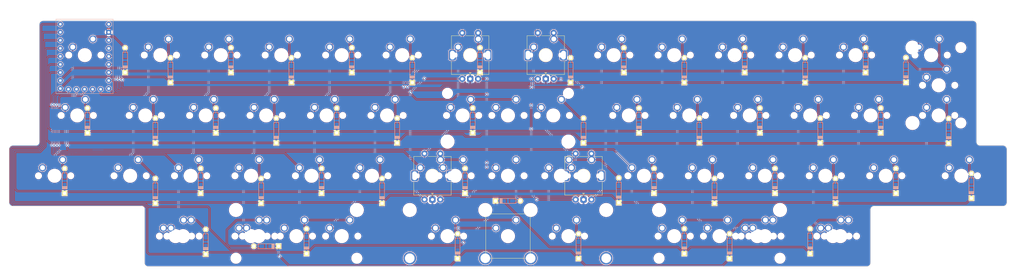
<source format=kicad_pcb>
(kicad_pcb (version 20221018) (generator pcbnew)
  (layers (0 "F.Cu" signal) (31 "B.Cu" signal) (34 "B.Paste" user) (35 "F.Paste" user) (36 "B.SilkS" user "B.Silkscreen") (37 "F.SilkS" user "F.Silkscreen") (38 "B.Mask" user) (39 "F.Mask" user) (44 "Edge.Cuts" user))
  (net 0 "")
  (net 1 "ROW0")
  (net 2 "Net-(D1-A)")
  (net 3 "ROW1")
  (net 4 "Net-(D2-A)")
  (net 5 "Net-(D3-A)")
  (net 6 "Net-(D4-A)")
  (net 7 "Net-(D5-A)")
  (net 8 "Net-(D6-A)")
  (net 9 "Net-(D9-A)")
  (net 10 "Net-(D10-A)")
  (net 11 "Net-(D11-A)")
  (net 12 "Net-(D12-A)")
  (net 13 "Net-(D13-A)")
  (net 14 "Net-(D14-A)")
  (net 15 "ROW2")
  (net 16 "Net-(D15-A)")
  (net 17 "ROW3")
  (net 18 "Net-(D16-A)")
  (net 19 "Net-(D17-A)")
  (net 20 "Net-(D18-A)")
  (net 21 "Net-(D19-A)")
  (net 22 "Net-(D20-A)")
  (net 23 "Net-(D21-A)")
  (net 24 "Net-(D22-A)")
  (net 25 "Net-(D23-A)")
  (net 26 "Net-(D24-A)")
  (net 27 "Net-(D25-A)")
  (net 28 "Net-(D26-A)")
  (net 29 "Net-(D27-A)")
  (net 30 "Net-(D28-A)")
  (net 31 "ROW4")
  (net 32 "Net-(D29-A)")
  (net 33 "ROW5")
  (net 34 "Net-(D30-A)")
  (net 35 "Net-(D31-A)")
  (net 36 "Net-(D32-A)")
  (net 37 "Net-(D33-A)")
  (net 38 "Net-(D34-A)")
  (net 39 "ROW6")
  (net 40 "Net-(D36-A)")
  (net 41 "Net-(D38-A)")
  (net 42 "Net-(D39-A)")
  (net 43 "Net-(D40-A)")
  (net 44 "Net-(D41-A)")
  (net 45 "Net-(D42-A)")
  (net 46 "Net-(D43-A)")
  (net 47 "Net-(D44-A)")
  (net 48 "ROW7")
  (net 49 "Net-(D45-A)")
  (net 50 "Net-(D46-A)")
  (net 51 "Net-(D47-A)")
  (net 52 "Net-(D48-A)")
  (net 53 "Net-(D49-A)")
  (net 54 "Net-(D50-A)")
  (net 55 "Net-(D51-A)")
  (net 56 "LEFT_A")
  (net 57 "LEFT_B")
  (net 58 "RIGHT_B")
  (net 59 "RIGHT_A")
  (net 60 "COL6")
  (net 61 "COL5")
  (net 62 "COL4")
  (net 63 "COL3")
  (net 64 "COL2")
  (net 65 "COL1")
  (net 66 "COL0")
  (net 67 "+3V3")
  (net 68 "+5V")
  (net 69 "GND")
  (net 70 "row_1")
  (net 71 "row_3")
  (net 72 "row_2")
  (net 73 "row_4")
  (footprint "Keebio-Parts:Diode-Hybrid-Back" (layer "F.Cu") (at 68.2625 52.3875 -90)
    (fp_text reference "D17" hide)
    (fp_text value "D_Small" hide)
  )
  (footprint "marbastlib-mx:SW_MX_1u" (layer "F.Cu") (at 198.4375 50.8)
    (fp_text reference "SW23" hide)
    (fp_text value "MX_SW_solder" hide)
  )
  (footprint "Keebio-Parts:Diode-Hybrid-Back" (layer "F.Cu") (at 230.1875 92.075 -90)
    (fp_text reference "D50" hide)
    (fp_text value "D_Small" hide)
  )
  (footprint "Keebio-Parts:Diode-Hybrid-Back" (layer "F.Cu") (at 182.5625 92.075 -90)
    (fp_text reference "D48" hide)
    (fp_text value "D_Small" hide)
  )
  (footprint "Keebio-Parts:Diode-Hybrid-Back" (layer "F.Cu") (at 96.8375 90.4875 -90)
    (fp_text reference "D46" hide)
    (fp_text value "D_Small" hide)
  )
  (footprint "marbastlib-mx:SW_MX_1u" (layer "F.Cu") (at 69.85 31.75)
    (fp_text reference "SW3" hide)
    (fp_text value "MX_SW_solder" hide)
  )
  (footprint "Keebio-Parts:Diode-Hybrid-Back" (layer "F.Cu") (at 244.475 71.4375 -90)
    (fp_text reference "D40" hide)
    (fp_text value "D_Small" hide)
  )
  (footprint "marbastlib-mx:SW_MX_1u" (layer "F.Cu") (at 184.15 69.85)
    (fp_text reference "SW37" hide)
    (fp_text value "MX_SW_solder" hide)
  )
  (footprint "Keebio-Parts:Diode-Hybrid-Back" (layer "F.Cu") (at 234.95 33.3375 -90)
    (fp_text reference "D11" hide)
    (fp_text value "D_Small" hide)
  )
  (footprint "marbastlib-mx:SW_MX_1u" (layer "F.Cu") (at 274.6375 50.8)
    (fp_text reference "SW27" hide)
    (fp_text value "MX_SW_solder" hide)
  )
  (footprint "marbastlib-mx:SW_MX_1u" (layer "F.Cu") (at 227.0125 88.9)
    (fp_text reference "SW49(3)1" hide)
    (fp_text value "MX_SW_solder" hide)
  )
  (footprint "marbastlib-mx:SW_MX_1u" (layer "F.Cu") (at 88.9 31.75)
    (fp_text reference "SW4" hide)
    (fp_text value "MX_SW_solder" hide)
  )
  (footprint "Keebio-Parts:Diode-Hybrid-Back" (layer "F.Cu") (at 63.5 71.4375 -90)
    (fp_text reference "D31" hide)
    (fp_text value "D_Small" hide)
  )
  (footprint "Keebio-Parts:Diode-Hybrid-Back" (layer "F.Cu") (at 263.525 74.6125 -90)
    (fp_text reference "D41" hide)
    (fp_text value "D_Small" hide)
  )
  (footprint "marbastlib-mx:SW_MX_1u" (layer "F.Cu") (at 236.5375 50.8)
    (fp_text reference "SW25" hide)
    (fp_text value "MX_SW_solder" hide)
  )
  (footprint "marbastlib-mx:SW_MX_1u" (layer "F.Cu") (at 50.8 31.75)
    (fp_text reference "SW2" hide)
    (fp_text value "MX_SW_solder" hide)
  )
  (footprint "marbastlib-mx:SW_MX_1.5u" (layer "F.Cu") (at 17.4625 69.85)
    (fp_text reference "SW29" hide)
    (fp_text value "MX_SW_solder" hide)
  )
  (footprint "marbastlib-various:ROT_Alps_EC11E-Switch" (layer "F.Cu") (at 136.525 69.85)
    (fp_text reference "SW54" hide)
    (fp_text value "RotaryEncoder_Switch")
  )
  (footprint "Keebio-Parts:Diode-Hybrid-Back" (layer "F.Cu") (at 84.1375 92.075)
    (fp_text reference "D45" hide)
    (fp_text value "D_Small" hide)
  )
  (footprint "Keebio-Parts:Diode-Hybrid-Back" (layer "F.Cu") (at 255.5875 90.4875 -90)
    (fp_text reference "D51" hide)
    (fp_text value "D_Small" hide)
  )
  (footprint "marbastlib-mx:SW_MX_1u" (layer "F.Cu") (at 260.35 69.85)
    (fp_text reference "SW41" hide)
    (fp_text value "MX_SW_solder" hide)
  )
  (footprint "marbastlib-mx:SW_MX_1u" (layer "F.Cu") (at 127 31.75)
    (fp_text reference "SW6" hide)
    (fp_text value "MX_SW_solder" hide)
  )
  (footprint "Keebio-Parts:Diode-Hybrid-Back" (layer "F.Cu") (at 146.812 71.4375 -90)
    (fp_text reference "D35" hide)
    (fp_text value "D_Small" hide)
  )
  (footprint "marbastlib-mx:SW_MX_1u" (layer "F.Cu") (at 296.069 41.275)
    (fp_text reference "SW14(iso)1" hide)
    (fp_text value "MX_SW_solder" hide)
  )
  (footprint "Keebio-Parts:Diode-Hybrid-Back" (layer "F.Cu") (at 285.75 36.449 -90)
    (fp_text reference "D14" hide)
    (fp_text value "D_Small" hide)
  )
  (footprint "Keebio-Parts:Diode-Hybrid-Back" (layer "F.Cu") (at 125.4125 55.5625 -90)
    (fp_text reference "D20" hide)
    (fp_text value "D_Small" hide)
  )
  (footprint "marbastlib-mx:SW_MX_1.5u" (layer "F.Cu") (at 107.95 88.9)
    (fp_text reference "SW46" hide)
    (fp_text value "MX_SW_solder" hide)
  )
  (footprint "marbastlib-mx:SW_MX_1u" (layer "F.Cu") (at 241.3 69.85)
    (fp_text reference "SW40" hide)
    (fp_text value "MX_SW_solder" hide)
  )
  (footprint "Keebio-Parts:Diode-Hybrid-Back" (layer "F.Cu") (at 130.175 36.5125 -90)
    (fp_text reference "D6" hide)
    (fp_text value "D_Small" hide)
  )
  (footprint "marbastlib-mx:SW_MX_1u" (layer "F.Cu") (at 93.6625 88.9)
    (fp_text reference "SW46(3)1" hide)
    (fp_text value "MX_SW_solder" hide)
  )
  (footprint "marbastlib-mx:SW_MX_1.25u" (layer "F.Cu") (at 57.945 88.9)
    (fp_text reference "SW44(1.25)1" hide)
    (fp_text value "MX_SW_solder" hide)
  )
  (footprint "marbastlib-mx:SW_MX_1.5u" (layer "F.Cu") (at 160.3375 69.85)
    (fp_text reference "SW36" hide)
    (fp_text value "MX_SW_solder" hide)
  )
  (footprint "Keebio-Parts:Diode-Hybrid-Back" (layer "F.Cu") (at 273.05 33.3375 -90)
    (fp_text reference "D13" hide)
    (fp_text value "D_Small" hide)
  )
  (footprint "Keebio-Parts:Diode-Hybrid-Back" (layer "F.Cu") (at 282.575 71.4375 -90)
    (fp_text reference "D42" hide)
    (fp_text value "D_Small" hide)
  )
  (footprint "Keebio-Parts:Diode-Hybrid-Back" (layer "F.Cu") (at 239.7125 52.3875 -90)
    (fp_text reference "D25" hide)
    (fp_text value "D_Small" hide)
  )
  (footprint "Keebio-Parts:Diode-Hybrid-Back" (layer "F.Cu") (at 101.6 71.4375 -90)
    (fp_text reference "D33" hide)
    (fp_text value "D_Small" hide)
  )
  (footprint "marbastlib-mx:SW_MX_1.5u" (layer "F.Cu") (at 174.625 50.8)
    (fp_text reference "SW22" hide)
    (fp_text value "MX_SW_solder" hide)
  )
  (footprint "marbastlib-mx:SW_MX_1u" (layer "F.Cu") (at 255.5875 50.8)
    (fp_text reference "SW26" hide)
    (fp_text value "MX_SW_solder" hide)
  )
  (footprint "Keebio-Parts:Diode-Hybrid-Back" (layer "F.Cu") (at 299.212 55.6895 -90)
    (fp_text reference "D28" hide)
    (fp_text value "D_Small" hide)
  )
  (footprint "marbastlib-mx:SW_MX_1u" (layer "F.Cu") (at 179.3875 88.9)
    (fp_text reference "SW48" hide)
    (fp_text value "MX_SW_solder" hide)
  )
  (footprint "Keebio-Parts:Diode-Hybrid-Back" (layer "F.Cu") (at 215.9 36.5125 -90)
    (fp_text reference "D10" hide)
    (fp_text value "D_Small" hide)
  )
  (footprint "marbastlib-mx:SW_MX_1u" (layer "F.Cu") (at 41.275 69.85)
    (fp_text reference "SW30" hide)
    (fp_text value "MX_SW_solder" hide)
  )
  (footprint "Keebio-Parts:Diode-Hybrid-Back" (layer "F.Cu") (at 306.3875 73.025 -90)
    (fp_text reference "D43" hide)
    (fp_text value "D_Small" hide)
  )
  (footprint "marbastlib-mx:SW_MX_1u" (layer "F.Cu") (at 212.725 31.75)
    (fp_text reference "SW10" hide)
    (fp_text value "MX_SW_solder" hide)
  )
  (footprint "Keebio-Parts:Diode-Hybrid-Back" (layer "F.Cu") (at 106.3625 52.3875 -90)
    (fp_text reference "D19" hide)
    (fp_text value "D_Small" hide)
  )
  (footprint "marbastlib-mx:SW_MX_1u" (layer "F.Cu") (at 160.3375 50.8)
    (fp_text reference "SW21(3)1" hide)
    (fp_text value "MX_SW_solder" hide)
  )
  (footprint "marbastlib-mx:SW_MX_1.75u" (layer "F.Cu") (at 177.008 69.85)
    (fp_text reference "SW37(1.75)1" hide)
    (fp_text value "MX_SW_solder" hide)
  )
  (footprint "marbastlib-mx:SW_MX_1.75u" (layer "F.Cu") (at 143.67 69.85)
    (fp_text reference "SW35(1.75)1" hide)
    (fp_text value "MX_SW_solder" hide)
  )
  (footprint "marbastlib-mx:SW_MX_1.25u" (layer "F.Cu") (at 24.606 50.8)
    (fp_text reference "SW15" hide)
    (fp_text value "MX_SW_solder" hide)
  )
  (footprint "marbastlib-various:ROT_Alps_EC11E-Switch" (layer "F.Cu") (at 184.15 69.85)
    (fp_text reference "SW55" hide)
    (fp_text value "RotaryEncoder_Switch")
  )
  (footprint "Keebio-Parts:Diode-Hybrid-Back" (layer "F.Cu") (at 87.3125 55.5625 -90)
    (fp_text reference "D18" hide)
    (fp_text value "D_Small" hide)
  )
  (footprint "marbastlib-mx:SW_MX_1.5u" (layer "F.Cu") (at 212.725 88.9)
    (fp_text reference "SW49" hide)
    (fp_text value "MX_SW_solder" hide)
  )
  (footprint "marbastlib-mx:SW_MX_1u" (layer "F.Cu") (at 122.2375 50.8)
    (fp_text reference "SW20" hide)
    (fp_text value "MX_SW_solder" hide)
  )
  (footprint "marbastlib-mx:SW_MX_1u" (layer "F.Cu") (at 279.4 69.85)
    (fp_text reference "SW42" hide)
    (fp_text value "MX_SW_solder" hide)
  )
  (footprint "Keebio-Parts:Diode-Hybrid-Back" (layer "F.Cu") (at 144.4625 92.075 -90)
    (fp_text reference "D47" hide)
    (fp_text value "D_Small" hide)
  )
  (footprint "marbastlib-mx:SW_MX_1.25u" (layer "F.Cu") (at 262.73 88.9)
    (fp_text reference "SW51(1.25)2" hide)
    (fp_text value "MX_SW_solder" hide)
  )
  (footprint "Keebio-Parts:Diode-Hybrid-Back" (layer "F.Cu") (at 258.7625 55.5625 -90)
    (fp_text reference "D26" hide)
    (fp_text value "D_Small" hide)
  )
  (footprint "marbastlib-mx:SW_MX_1.25u" (layer "F.Cu") (at 172.243 31.75)
    (fp_text reference "SW8" hide)
    (fp_text value "MX_SW_solder" hide)
  )
  (footprint "marbastlib-mx:SW_MX_1u" (layer "F.Cu") (at 46.0375 50.8)
    (fp_text reference "SW16" hide)
    (fp_text value "MX_SW_solder" hide)
  )
  (footprint "marbastlib-mx:STAB_MX_3u" (layer "F.Cu") (at 227.0125 88.9 180)
    (fp_text reference "S4" hide)
    (fp_text value "MX_stab")
  )
  (footprint "marbastlib-mx:STAB_MX_P_2u" (layer "F.Cu") (at 141.2875 88.9 180)
    (fp_text reference "S1" hide)
    (fp_text value "MX_stab")
  )
  (footprint "Keebio-Parts:Diode-Hybrid-Back" (layer "F.Cu") (at 92.075 36.5125 -90)
    (fp_text reference "D4" hide)
    (fp_text value "D_Small" hide)
  )
  (footprint "Keebio-Parts:Diode-Hybrid-Back" (layer "F.Cu") (at 160.3375 77.7875 180)
    (fp_text reference "D36" hide)
    (fp_text value "D_Small" hide)
  )
  (footprint "Keebio-Parts:Diode-Hybrid-Back" (layer "F.Cu") (at 73.025 33.3375 -90)
    (fp_text reference "D3" hide)
    (fp_text value "D_Small" hide)
  )
  (footprint "marbastlib-mx:SW_MX_1.25u" (layer "F.Cu") (at 238.918 88.9)
    (fp_text reference "SW50(1.25)1" hide)
    (fp_text value "MX_SW_solder" hide)
  )
  (footprint "Keebio-Parts:Diode-Hybrid-Back" (layer "F.Cu") (at 195.2625 74.425 -90)
    (fp_text reference "D37" hide)
    (fp_text value "D_Small" hide)
  )
  (footprint "Keebio-Parts:Diode-Hybrid-Back" (layer "F.Cu") (at 201.6125 52.3875 -90)
    (fp_text reference "D23" hide)
    (fp_text value "D_Small" hide)
  )
  (footprint "marbastlib-mx:SW_MX_1u" (layer "F.Cu") (at 222.25 69.85)
    (fp_text reference "SW39" hide)
    (fp_text value "MX_SW_solder" hide)
  )
  (footprint "marbastlib-mx:SW_MX_1u" (layer "F.Cu") (at 84.1375 50.8)
    (fp_text reference "SW18" hide)
    (fp_text value "MX_SW_solder" hide)
  )
  (footprint "marbastlib-mx:SW_MX_1.5u" (layer "F.Cu") (at 241.3 88.9)
    (fp_text reference "SW50" hide)
    (fp_text value "MX_SW_solder" hide)
  )
  (footprint "marbastlib-mx:SW_MX_1.5u" (layer "F.Cu") (at 146.05 50.8)
    (fp_text reference "SW21" hide)
    (fp_text value "MX_SW_solder" hide)
  )
  (footprint "marbastlib-mx:SW_MX_1u" (layer "F.Cu") (at 79.375 69.85)
    (fp_text reference "SW32" hide)
    (fp_text value "MX_SW_solder" hide)
  )
  (footprint "marbastlib-mx:SW_MX_1.5u" (layer "F.Cu") (at 79.375 88.9)
    (fp_text reference "SW45" hide)
    (fp_text value "MX_SW_solder" hide)
  )
  (footprint "marbastlib-mx:SW_MX_1u" (layer "F.Cu") (at 217.4875 50.8)
    (fp_text reference "SW24" hide)
    (fp_text value "MX_SW_solder" hide)
  )
  (footprint "Keebio-Parts:Diode-Hybrid-Back" (layer "F.Cu") (at 196.85 33.3375 -90)
    (fp_text reference "D9" hide)
    (fp_text value "D_Small" hide)
  )
  (footprint "Keebio-Parts:Diode-Hybrid-Back" (layer "F.Cu") (at 53.975 36.5125 -90)
    (fp_text reference "D2" hide)
    (fp_text value "D_Small" hide)
  )
  (footprint "marbastlib-various:ROT_Alps_EC11E-Switch" (layer "F.Cu") (at 148.431 31.75)
    (fp_text reference "SW52" hide)
    (fp_text value "RotaryEncoder_Switch")
  )
  (footprint "marbastlib-mx:SW_MX_1u" (layer "F.Cu") (at 55.5625 88.9)
    (fp_text reference "SW44" hide)
    (fp_text value "MX_SW_solder" hide)
  )
  (footprint "Keebio-Parts:Diode-Hybrid-Back" (layer "F.Cu") (at 254 36.5125 -90)
    (fp_text reference "D12" hide)
    (fp_text value "D_Small" hide)
  )
  (footprint "marbastlib-mx:SW_MX_1u" (layer "F.Cu") (at 250.825 31.75)
    (fp_text reference "SW12" hide)
    (fp_text value "MX_SW_solder" hide)
  )
  (footprint "Keebio-Parts:Diode-Hybrid-Back" (layer "F.Cu") (at 49.2125 74.6125 -90)
    (fp_text reference "D30" hide)
    (fp_text value "D_Small" hide)
  )
  (footprint "marbastlib-mx:SW_MX_1u" (layer "F.Cu") (at 193.675 31.75)
    (fp_text reference "SW9" hide)
    (fp_text value "MX_SW_solder" hide)
  )
  (footprint "marbastlib-mx:SW_MX_1.5u" (layer "F.Cu") (at 26.9875 31.75)
    (fp_text reference "SW1" hide)
    (fp_text value "MX_SW_solder" hide)
  )
  (footprint "marbastlib-various:ROT_Alps_EC11E-Switch" (layer "F.Cu") (at 172.243 31.75)
    (fp_text reference "SW53" hide)
    (fp_text value "RotaryEncoder_Switch")
  )
  (footprint "marbastlib-mx:STAB_MX_3u" (layer "F.Cu") (at 93.6625 88.9 180)
    (fp_text reference "S3" hide)
    (fp_text value "MX_stab")
  )
  (footprint "Keebio-Parts:Diode-Hybrid-Back" (layer "F.Cu") (at 225.425 74.6125 -90)
    (fp_text reference "D39" hide)
    (fp_text value "D_Small" hide)
  )
  (footprint "Keebio-Parts:Diode-Hybrid-Back" (layer "F.Cu") (at 120.65 74.6125 -90)
    (fp_text reference "D34" hide)
    (fp_text value "D_Small" hide)
  )
  (footprint "Keebio-Parts:Diode-Hybrid-Back" (layer "F.Cu") (at 151.511 33.3375 -90)
    (fp_text reference "D7" hide)
    (fp_text value "D_Small" hide)
  )
  (footprint "Keebio-Parts:Diode-Hybrid-Back" (layer "F.Cu") (at 220.6625 55.5625 -90)
    (fp_text reference "D24" hide)
    (fp_text value "D_Small" hide)
  )
  (footprint "marbastlib-mx:SW_MX_1.25u" (layer "F.Cu") (at 148.431 31.75)
    (fp_text reference "SW7" hide)
    (fp_text value "MX_SW_solder" hide)
  )
  (footprint "Keebio-Parts:Diode-Hybrid-Back" (layer "F.Cu") (at 277.8125 52.3875 -90)
    (fp_text reference "D27" hide)
    (fp_text value "D_Small" hide)
  )
  (footprint "Keebio-Parts:Diode-Hybrid-Back" (layer "F.Cu") (at 215.9 90.4875 -90)
    (fp_text reference "D49" hide)
    (fp_text value "D_Small" hide)
  )
  (footprint "Keebio-Parts:Diode-Hybrid-Back" (layer "F.Cu") (at 184.15 55.5625 -90)
    (fp_text reference "D22" hide)
    (fp_text value "D_Small" hide)
  )
  (footprint "Keebio-Parts:Diode-Hybrid-Back" (layer "F.Cu") (at 180.086 36.5125 -90)
    (fp_text reference "D8" hide)
    (fp_text value "D_Small" hide)
  )
  (footprint "CherryMX:CherryMX_4.00u" (layer "F.Cu") (at 160.3375 88.9)
    (fp_text reference "SW44(4)1" hide)
    (fp_text value "SW_Push_45deg")
  )
  (footprint "marbastlib-mx:SW_MX_1u" (layer "F.Cu") (at 103.1875 50.8)
    (fp_text reference "SW19" hide)
    (fp_text value "MX_SW_solder" hide)
  )
  (footprint "Keebio-Parts:Diode-Hybrid-Back" (layer "F.Cu") (at 65.0875 90.675 -90)
    (fp_text reference "D44" hide)
    (fp_text value "D_Small" hide)
  )
  (footprint "Keebio-Parts:Diode-Hybrid-Back" (layer "F.Cu") (at 27.813 52.3875 -90)
    (fp_text reference "D15" hide)
    (fp_text value "D_Small" hide)
  )
  (footprint "marbastlib-mx:SW_MX_1.5u" (layer "F.Cu") (at 303.2125 69.85)
    (fp_text reference "SW43" hide)
    (fp_text value "MX_SW_solder" hide)
  )
  (footprint "Keebio-Parts:Diode-Hybrid-Back" (layer "F.Cu") (at 49.2125 55.5625 -90)
    (fp_text reference "D16" hide)
    (fp_text value "D_Small" hide)
  )
  (footprint "marbastlib-mx:SW_MX_1u" (layer "F.Cu") (at 141.2875 88.9)
    (fp_text reference "SW47" hide)
    (fp_text value "MX_SW_solder" hide)
  )
  (footprint "marbastlib-mx:STAB_MX_P_2u" (layer "F.Cu") (at 179.3875 88.9 180)
    (fp_text reference "S2" hide)
    (fp_text value "MX_stab")
  )
  (footprint "marbastlib-mx:STAB_MX_ISO_FLIPPED" (layer "F.Cu") (at 296.069 41.275)
    (fp_text reference "S6" hide)
    (fp_text value "MX_stab")
  )
  (footprint "Keebio-Parts:Diode-Hybrid-Back" (layer "F.Cu") (at 149.225 52.3875 -90)
    (fp_text reference "D21" hide)
    (fp_text value "D_Small" hide)
  )
  (footprint "marbastlib-mx:SW_MX_1u" (layer "F.Cu") (at 117.475 69.85)
    (fp_text reference "SW34" hide)
    (fp_text value "MX_SW_solder" hide)
  )
  (footprint "marbastlib-mx:SW_MX_1u" (layer "F.Cu") (at 136.525 69.85)
    (fp_text reference "SW35" hide)
    (fp_text value "MX_SW_solder" hide)
  )
  (footprint "marbastlib-mx:SW_MX_1u" (layer "F.Cu") (at 203.2 69.85)
    (fp_text reference "SW38" hide)
    (fp_text value "MX_SW_solder" hide)
  )
  (footprint "Keebio-Parts:Diode-Hybrid-Back" (layer "F.Cu") (at 82.55 74.6125 -90)
    (fp_text reference "D32" hide)
    (fp_text value "D_Small" hide)
  )
  (footprint "marbastlib-mx:SW_MX_1u" (layer "F.Cu") (at 65.0875 50.8)
    (fp_text reference "SW17" hide)
    (fp_text value "MX_SW_solder" hide)
  )
  (footprint "marbastlib-mx:SW_MX_1u" (layer "F.Cu") (at 107.95 31.75)
    (fp_text reference "SW5" hide)
    (fp_text value "MX_SW_solder" hide)
  )
  (footprint "marbastlib-mx:SW_MX_1u" (layer "F.Cu") (at 265.1125 88.9)
    (fp_text reference "SW51" hide)
    (fp_text value "MX_SW_solder" hide)
  )
  (footprint "marbastlib-mx:SW_MX_1.5u" (layer "F.Cu") (at 293.688 31.75)
    (fp_text reference "SW14" hide)
    (fp_text value "MX_SW_solder" hide)
  )
  (footprint "Keebio-Parts:Diode-Hybrid-Back" (layer "F.Cu") (at 111.125 33.3375 -90)
    (fp_text reference "D5" hide)
    (fp_text value "D_Small" hide)
  )
  (footprint "Keebio-Parts:Diode-Hybrid-Back" (layer "F.Cu") (at 39.6875 33.3375 -90)
    (fp_text reference "D1" hide)
    (fp_text value "D_Small" hide)
  )
  (footprint "marbastlib-mx:SW_MX_1u" (layer "F.Cu") (at 269.875 31.75)
    (fp_text reference "SW13" hide)
    (fp_text value "MX_SW_solder" hide)
  )
  (footprint "marbastlib-mx:SW_MX_1.25u" (layer "F.Cu") (at 296.0685 50.8)
    (fp_text reference "SW28" hide)
    (fp_text value "MX_SW_solder" hide)
  )
  (footprint "Keebio-Parts:Diode-Hybrid-Back" (layer "F.Cu") (at 206.375 71.4375 -90)
    (fp_text reference "D38" hide)
    (fp_text value "D_Small" hide)
  )
  (footprint "marbastlib-mx:SW_MX_1u" (layer "F.Cu") (at 98.425 69.85)
    (fp_text reference "SW33" hide)
    (fp_text value "MX_SW_solder" hide)
  )
  (footprint "Keebio-Parts:Diode-Hybrid-Back" (layer "F.Cu") (at 20.6375 71.4375 -90)
    (fp_text reference "D29" hide)
    (fp_text value "D_Small" hide)
  )
  (footprint "marbastlib-mx:SW_MX_1.25u" (layer "F.Cu") (at 81.757 88.9)
    (fp_text reference "SW45(1.25)1" hide)
    (fp_text value "MX_SW_solder" hide)
  )
  (footprint "marbastlib-mx:STAB_MX_3u" (layer "F.Cu") (at 160.3375 50.8)
    (fp_text reference "S5" hide)
    (fp_text value "MX_stab")
  )
  (footprint "marbastlib-mx:SW_MX_1u" (layer "F.Cu") (at 60.325 69.85)
    (fp_text reference "SW31" hide)
    (fp_text value "MX_SW_solder" hide)
  )
  (footprint "marbastlib-mx:SW_MX_1u" (layer "F.Cu") (at 231.775 31.75)
    (fp_text reference "SW11" hide)
    (fp_text value "MX_SW_solder" hide)
  )
  (footprint "rp2040-zero:RP2040-Zero" (layer "B.Cu") (at 35.8925 43.9 180)
    (fp_text reference "RZ1" hide)
    (fp_text value "RP2040-Zero")
  )
  (gr_arc (start 274.559934 80.532066) (mid 274.896771 79.71887) (end 275.709967 79.382033) (stroke (width 0.1)) (layer "Edge.Cuts"))
  (gr_line (start 309.125033 60.325) (end 316.349967 60.325) (stroke (width 0.1)) (layer "Edge.Cuts"))
  (gr_arc (start 46.99 98.432033) (mid 46.184818 98.098516) (end 45.851301 97.293334) (stroke (width 0.1)) (layer "Edge.Cuts"))
  (gr_line (start 307.975 22.098) (end 307.975 59.174967) (stroke (width 0.1)) (layer "Edge.Cuts"))
  (gr_arc (start 309.125033 60.325) (mid 308.311837 59.988163) (end 307.975 59.174967) (stroke (width 0.1)) (layer "Edge.Cuts"))
  (gr_arc (start 306.824967 20.947967) (mid 307.638163 21.284804) (end 307.975 22.098) (stroke (width 0.1)) (layer "Edge.Cuts"))
  (gr_arc (start 12.692967 59.174967) (mid 12.35819 59.98319) (end 11.549967 60.317967) (stroke (width 0.1)) (layer "Edge.Cuts"))
  (gr_arc (start 274.559934 97.282) (mid 274.223097 98.095196) (end 273.409901 98.432033) (stroke (width 0.1)) (layer "Edge.Cuts"))
  (gr_line (start 3.167967 61.468) (end 3.167967 78.232) (stroke (width 0.1)) (layer "Edge.Cuts"))
  (gr_arc (start 12.692967 22.098) (mid 13.029804 21.284804) (end 13.843 20.947967) (stroke (width 0.1)) (layer "Edge.Cuts"))
  (gr_line (start 4.318 60.317967) (end 11.549967 60.317967) (stroke (width 0.1)) (layer "Edge.Cuts"))
  (gr_arc (start 316.349967 60.325) (mid 317.163163 60.661837) (end 317.5 61.475033) (stroke (width 0.1)) (layer "Edge.Cuts"))
  (gr_line (start 316.349967 79.382033) (end 275.709967 79.382033) (stroke (width 0.1)) (layer "Edge.Cuts"))
  (gr_line (start 12.692967 59.174967) (end 12.692967 22.098) (stroke (width 0.1)) (layer "Edge.Cuts"))
  (gr_line (start 273.409901 98.432033) (end 46.99 98.432033) (stroke (width 0.1)) (layer "Edge.Cuts"))
  (gr_arc (start 317.5 78.232) (mid 317.163163 79.045196) (end 316.349967 79.382033) (stroke (width 0.1)) (layer "Edge.Cuts"))
  (gr_arc (start 4.318 79.382033) (mid 3.504804 79.045196) (end 3.167967 78.232) (stroke (width 0.1)) (layer "Edge.Cuts"))
  (gr_arc (start 3.167967 61.468) (mid 3.504804 60.654804) (end 4.318 60.317967) (stroke (width 0.1)) (layer "Edge.Cuts"))
  (gr_line (start 4.318 79.382033) (end 44.948235 79.382033) (stroke (width 0.1)) (layer "Edge.Cuts"))
  (gr_line (start 317.5 61.475033) (end 317.5 78.232) (stroke (width 0.1)) (layer "Edge.Cuts"))
  (gr_line (start 45.851301 97.293334) (end 45.851301 80.285099) (stroke (width 0.1)) (layer "Edge.Cuts"))
  (gr_line (start 13.843 20.947967) (end 306.824967 20.947967) (stroke (width 0.1)) (layer "Edge.Cuts"))
  (gr_arc (start 44.948235 79.382033) (mid 45.586799 79.646535) (end 45.851301 80.285099) (stroke (width 0.1)) (layer "Edge.Cuts"))
  (gr_line (start 274.559934 80.532066) (end 274.559934 97.282) (stroke (width 0.1)) (layer "Edge.Cuts"))
  (segment (start 73.475 36.7875) (end 110.675 36.7875) (width 0.25) (layer "B.Cu") (net 1))
  (segment (start 23.2275 35.815) (end 38.265 35.815) (width 0.25) (layer "B.Cu") (net 1))
  (segment (start 196.4 36.7875) (end 196.85 37.2375) (width 0.25) (layer "B.Cu") (net 1))
  (segment (start 40.1375 36.7875) (end 72.575 36.7875) (width 0.25) (layer "B.Cu") (net 1))
  (segment (start 234.95 37.2375) (end 235.4 36.7875) (width 0.25) (layer "B.Cu") (net 1))
  (segment (start 197.3 36.7875) (end 234.5 36.7875) (width 0.25) (layer "B.Cu") (net 1))
  (segment (start 73.025 37.2375) (end 73.475 36.7875) (width 0.25) (layer "B.Cu") (net 1))
  (segment (start 111.125 37.2375) (end 111.575 36.7875) (width 0.25) (layer "B.Cu") (net 1))
  (segment (start 235.4 36.7875) (end 272.6 36.7875) (width 0.25) (layer "B.Cu") (net 1))
  (segment (start 39.6875 37.2375) (end 40.1375 36.7875) (width 0.25) (layer "B.Cu") (net 1))
  (segment (start 196.85 37.2375) (end 197.3 36.7875) (width 0.25) (layer "B.Cu") (net 1))
  (segment (start 19.2725 39.77) (end 23.2275 35.815) (width 0.25) (layer "B.Cu") (net 1))
  (segment (start 151.961 36.7875) (end 196.4 36.7875) (width 0.25) (layer "B.Cu") (net 1))
  (segment (start 272.6 36.7875) (end 273.05 37.2375) (width 0.25) (layer "B.Cu") (net 1))
  (segment (start 234.5 36.7875) (end 234.95 37.2375) (width 0.25) (layer "B.Cu") (net 1))
  (segment (start 110.675 36.7875) (end 111.125 37.2375) (width 0.25) (layer "B.Cu") (net 1))
  (segment (start 72.575 36.7875) (end 73.025 37.2375) (width 0.25) (layer "B.Cu") (net 1))
  (segment (start 151.061 36.7875) (end 151.511 37.2375) (width 0.25) (layer "B.Cu") (net 1))
  (segment (start 38.265 35.815) (end 39.6875 37.2375) (width 0.25) (layer "B.Cu") (net 1))
  (segment (start 111.575 36.7875) (end 151.061 36.7875) (width 0.25) (layer "B.Cu") (net 1))
  (segment (start 151.511 37.2375) (end 151.961 36.7875) (width 0.25) (layer "B.Cu") (net 1))
  (segment (start 30.2525 25.945) (end 29.5275 26.67) (width 0.25) (layer "B.Cu") (net 2))
  (segment (start 36.195 25.945) (end 30.2525 25.945) (width 0.25) (layer "B.Cu") (net 2))
  (segment (start 39.6875 29.4375) (end 36.195 25.945) (width 0.25) (layer "B.Cu") (net 2))
  (segment (start 53.975 40.4125) (end 52.2075 38.645) (width 0.25) (layer "B.Cu") (net 3))
  (segment (start 254 40.4125) (end 215.9 40.4125) (width 0.25) (layer "B.Cu") (net 3))
  (segment (start 285.75 40.349) (end 254.0635 40.349) (width 0.25) (layer "B.Cu") (net 3))
  (segment (start 130.3375 40.575) (end 179.9235 40.575) (width 0.25) (layer "B.Cu") (net 3))
  (segment (start 19.2725 42.31) (end 22.9375 38.645) (width 0.25) (layer "B.Cu") (net 3))
  (segment (start 254.0635 40.349) (end 254 40.4125) (width 0.25) (layer "B.Cu") (net 3))
  (segment (start 22.9375 38.645) (end 23.9268 38.645) (width 0.25) (layer "B.Cu") (net 3))
  (segment (start 179.9235 40.575) (end 180.086 40.4125) (width 0.25) (layer "B.Cu") (net 3))
  (segment (start 180.086 40.4125) (end 215.9 40.4125) (width 0.25) (layer "B.Cu") (net 3))
  (segment (start 52.2075 38.645) (end 23.9268 38.645) (width 0.25) (layer "B.Cu") (net 3))
  (segment (start 53.975 40.4125) (end 130.175 40.4125) (width 0.25) (layer "B.Cu") (net 3))
  (segment (start 130.175 40.4125) (end 130.3375 40.575) (width 0.25) (layer "B.Cu") (net 3))
  (segment (start 23.9268 38.645) (end 23.1278 38.645) (width 0.25) (layer "B.Cu") (net 3))
  (segment (start 53.34 26.67) (end 53.34 31.9775) (width 0.25) (layer "B.Cu") (net 4))
  (segment (start 53.34 31.9775) (end 53.975 32.6125) (width 0.25) (layer "B.Cu") (net 4))
  (segment (start 72.39 28.8025) (end 73.025 29.4375) (width 0.25) (layer "B.Cu") (net 5))
  (segment (start 72.39 26.67) (end 72.39 28.8025) (width 0.25) (layer "B.Cu") (net 5))
  (segment (start 91.44 31.9775) (end 92.075 32.6125) (width 0.25) (layer "B.Cu") (net 6))
  (segment (start 91.44 26.67) (end 91.44 31.9775) (width 0.25) (layer "B.Cu") (net 6))
  (segment (start 110.49 26.67) (end 110.49 28.8025) (width 0.25) (layer "B.Cu") (net 7))
  (segment (start 110.49 28.8025) (end 111.125 29.4375) (width 0.25) (layer "B.Cu") (net 7))
  (segment (start 129.54 31.9775) (end 130.175 32.6125) (width 0.25) (layer "B.Cu") (net 8))
  (segment (start 129.54 26.67) (end 129.54 31.9775) (width 0.25) (layer "B.Cu") (net 8))
  (segment (start 196.215 28.8025) (end 196.85 29.4375) (width 0.25) (layer "B.Cu") (net 9))
  (segment (start 196.215 26.67) (end 196.215 28.8025) (width 0.25) (layer "B.Cu") (net 9))
  (segment (start 215.265 31.9775) (end 215.9 32.6125) (width 0.25) (layer "B.Cu") (net 10))
  (segment (start 215.265 26.67) (end 215.265 31.9775) (width 0.25) (layer "B.Cu") (net 10))
  (segment (start 234.315 26.67) (end 234.315 28.8025) (width 0.25) (layer "B.Cu") (net 11))
  (segment (start 234.315 28.8025) (end 234.95 29.4375) (width 0.25) (layer "B.Cu") (net 11))
  (segment (start 253.365 31.9775) (end 254 32.6125) (width 0.25) (layer "B.Cu") (net 12))
  (segment (start 253.365 26.67) (end 253.365 31.9775) (width 0.25) (layer "B.Cu") (net 12))
  (segment (start 272.415 26.67) (end 272.415 28.8025) (width 0.25) (layer "B.Cu") (net 13))
  (segment (start 272.415 28.8025) (end 273.05 29.4375) (width 0.25) (layer "B.Cu") (net 13))
  (segment (start 298.609 36.195) (end 289.396 36.195) (width 0.25) (layer "B.Cu") (net 14))
  (segment (start 296.228 33.814) (end 298.609 36.195) (width 0.25) (layer "B.Cu") (net 14))
  (segment (start 289.396 36.195) (end 285.75 32.549) (width 0.25) (layer "B.Cu") (net 14))
  (segment (start 296.228 26.67) (end 296.228 33.814) (width 0.25) (layer "B.Cu") (net 14))
  (segment (start 15.458 54.574) (end 15.458 35.2912) (width 0.25) (layer "B.Cu") (net 15))
  (segment (start 27.813 56.2875) (end 28.263 55.8375) (width 0.25) (layer "B.Cu") (net 15))
  (segment (start 239.2625 55.8375) (end 239.7125 56.2875) (width 0.25) (layer "B.Cu") (net 15))
  (segment (start 239.7125 56.2875) (end 240.1625 55.8375) (width 0.25) (layer "B.Cu") (net 15))
  (segment (start 27.4055 55.88) (end 16.764 55.88) (width 0.25) (layer "B.Cu") (net 15))
  (segment (start 16.0592 34.69) (end 19.2725 34.69) (width 0.25) (layer "B.Cu") (net 15))
  (segment (start 240.1625 55.8375) (end 277.3625 55.8375) (width 0.25) (layer "B.Cu") (net 15))
  (segment (start 106.3625 56.2875) (end 106.8125 55.8375) (width 0.25) (layer "B.Cu") (net 15))
  (segment (start 16.764 55.88) (end 15.458 54.574) (width 0.25) (layer "B.Cu") (net 15))
  (segment (start 149.7595 55.753) (end 201.078 55.753) (width 0.25) (layer "B.Cu") (net 15))
  (segment (start 68.2625 56.2875) (end 68.7125 55.8375) (width 0.25) (layer "B.Cu") (net 15))
  (segment (start 28.263 55.8375) (end 67.8125 55.8375) (width 0.25) (layer "B.Cu") (net 15))
  (segment (start 27.813 56.2875) (end 27.4055 55.88) (width 0.25) (layer "B.Cu") (net 15))
  (segment (start 67.8125 55.8375) (end 68.2625 56.2875) (width 0.25) (layer "B.Cu") (net 15))
  (segment (start 201.078 55.753) (end 201.6125 56.2875) (width 0.25) (layer "B.Cu") (net 15))
  (segment (start 277.3625 55.8375) (end 277.8125 56.2875) (width 0.25) (layer "B.Cu") (net 15))
  (segment (start 149.225 56.2875) (end 149.7595 55.753) (width 0.25) (layer "B.Cu") (net 15))
  (segment (start 15.458 35.2912) (end 16.0592 34.69) (width 0.25) (layer "B.Cu") (net 15))
  (segment (start 201.6125 56.2875) (end 202.0625 55.8375) (width 0.25) (layer "B.Cu") (net 15))
  (segment (start 68.7125 55.8375) (end 105.9125 55.8375) (width 0.25) (layer "B.Cu") (net 15))
  (segment (start 106.8125 55.8375) (end 148.775 55.8375) (width 0.25) (layer "B.Cu") (net 15))
  (segment (start 148.775 55.8375) (end 149.225 56.2875) (width 0.25) (layer "B.Cu") (net 15))
  (segment (start 105.9125 55.8375) (end 106.3625 56.2875) (width 0.25) (layer "B.Cu") (net 15))
  (segment (start 202.0625 55.8375) (end 239.2625 55.8375) (width 0.25) (layer "B.Cu") (net 15))
  (segment (start 27.146 45.72) (end 27.146 47.8205) (width 0.25) (layer "B.Cu") (net 16))
  (segment (start 27.146 47.8205) (end 27.813 48.4875) (width 0.25) (layer "B.Cu") (net 16))
  (segment (start 15.9235 59.4625) (end 15.008 58.547) (width 0.25) (layer "B.Cu") (net 17))
  (segment (start 146.9475 57.4125) (end 151.4196 57.4125) (width 0.25) (layer "B.Cu") (net 17))
  (segment (start 125.4125 59.4625) (end 128.1889 56.6861) (width 0.25) (layer "B.Cu") (net 17))
  (segment (start 128.1889 56.6861) (end 146.2211 56.6861) (width 0.25) (layer "B.Cu") (net 17))
  (segment (start 49.2125 59.4625) (end 125.4125 59.4625) (width 0.25) (layer "B.Cu") (net 17))
  (segment (start 15.008 32.766) (end 15.624 32.15) (width 0.25) (layer "B.Cu") (net 17))
  (segment (start 15.008 58.547) (end 15.008 32.766) (width 0.25) (layer "B.Cu") (net 17))
  (segment (start 15.624 32.15) (end 19.2725 32.15) (width 0.25) (layer "B.Cu") (net 17))
  (segment (start 181.3736 56.6861) (end 184.15 59.4625) (width 0.25) (layer "B.Cu") (net 17))
  (segment (start 152.146 56.6861) (end 181.3736 56.6861) (width 0.25) (layer "B.Cu") (net 17))
  (segment (start 151.4196 57.4125) (end 152.146 56.6861) (width 0.25) (layer "B.Cu") (net 17))
  (segment (start 184.277 59.5895) (end 184.15 59.4625) (width 0.25) (layer "B.Cu") (net 17))
  (segment (start 299.212 59.5895) (end 184.277 59.5895) (width 0.25) (layer "B.Cu") (net 17))
  (segment (start 49.2125 59.4625) (end 15.9235 59.4625) (width 0.25) (layer "B.Cu") (net 17))
  (segment (start 146.2211 56.6861) (end 146.9475 57.4125) (width 0.25) (layer "B.Cu") (net 17))
  (segment (start 48.5775 51.0275) (end 49.2125 51.6625) (width 0.25) (layer "B.Cu") (net 18))
  (segment (start 48.5775 45.72) (end 48.5775 51.0275) (width 0.25) (layer "B.Cu") (net 18))
  (segment (start 67.6275 47.8525) (end 68.2625 48.4875) (width 0.25) (layer "B.Cu") (net 19))
  (segment (start 67.6275 45.72) (end 67.6275 47.8525) (width 0.25) (layer "B.Cu") (net 19))
  (segment (start 86.6775 51.0275) (end 87.3125 51.6625) (width 0.25) (layer "B.Cu") (net 20))
  (segment (start 86.6775 45.72) (end 86.6775 51.0275) (width 0.25) (layer "B.Cu") (net 20))
  (segment (start 105.7275 45.72) (end 105.7275 47.8525) (width 0.25) (layer "B.Cu") (net 21))
  (segment (start 105.7275 47.8525) (end 106.3625 48.4875) (width 0.25) (layer "B.Cu") (net 21))
  (segment (start 124.7775 45.72) (end 124.7775 51.0275) (width 0.25) (layer "B.Cu") (net 22))
  (segment (start 124.7775 51.0275) (end 125.4125 51.6625) (width 0.25) (layer "B.Cu") (net 22))
  (segment (start 148.59 47.8525) (end 149.225 48.4875) (width 0.25) (layer "B.Cu") (net 23))
  (segment (start 148.59 45.72) (end 148.59 47.8525) (width 0.25) (layer "B.Cu") (net 23))
  (segment (start 162.8775 45.72) (end 148.59 45.72) (width 0.25) (layer "B.Cu") (net 23))
  (segment (start 177.165 45.72) (end 183.1075 51.6625) (width 0.25) (layer "B.Cu") (net 24))
  (segment (start 183.1075 51.6625) (end 184.15 51.6625) (width 0.25) (layer "B.Cu") (net 24))
  (segment (start 200.9775 45.72) (end 200.9775 47.8525) (width 0.25) (layer "B.Cu") (net 25))
  (segment (start 200.9775 47.8525) (end 201.6125 48.4875) (width 0.25) (layer "B.Cu") (net 25))
  (segment (start 220.0275 45.72) (end 220.0275 51.0275) (width 0.25) (layer "B.Cu") (net 26))
  (segment (start 220.0275 51.0275) (end 220.6625 51.6625) (width 0.25) (layer "B.Cu") (net 26))
  (segment (start 239.0775 47.8525) (end 239.7125 48.4875) (width 0.25) (layer "B.Cu") (net 27))
  (segment (start 239.0775 45.72) (end 239.0775 47.8525) (width 0.25) (layer "B.Cu") (net 27))
  (segment (start 258.1275 51.0275) (end 258.7625 51.6625) (width 0.25) (layer "B.Cu") (net 28))
  (segment (start 258.1275 45.72) (end 258.1275 51.0275) (width 0.25) (layer "B.Cu") (net 28))
  (segment (start 277.1775 47.8525) (end 277.8125 48.4875) (width 0.25) (layer "B.Cu") (net 29))
  (segment (start 277.1775 45.72) (end 277.1775 47.8525) (width 0.25) (layer "B.Cu") (net 29))
  (segment (start 298.6085 51.186) (end 299.212 51.7895) (width 0.25) (layer "B.Cu") (net 30))
  (segment (start 298.6085 45.72) (end 298.6085 51.186) (width 0.25) (layer "B.Cu") (net 30))
  (segment (start 146.362 74.8875) (end 146.812 75.3375) (width 0.25) (layer "B.Cu") (net 31))
  (segment (start 14.558 29.9212) (end 14.8692 29.61) (width 0.25) (layer "B.Cu") (net 31))
  (segment (start 21.0875 74.8875) (end 63.05 74.8875) (width 0.25) (layer "B.Cu") (net 31))
  (segment (start 19.976 74.676) (end 20.6375 75.3375) (width 0.25) (layer "B.Cu") (net 31))
  (segment (start 146.812 75.3375) (end 147.4495 74.7) (width 0.25) (layer "B.Cu") (net 31))
  (segment (start 101.6 75.3375) (end 102.05 74.8875) (width 0.25) (layer "B.Cu") (net 31))
  (segment (start 102.05 74.8875) (end 146.362 74.8875) (width 0.25) (layer "B.Cu") (net 31))
  (segment (start 5.1016 62.31) (end 5.0076 62.404) (width 0.25) (layer "B.Cu") (net 31))
  (segment (start 5.7188 74.676) (end 19.976 74.676) (width 0.25) (layer "B.Cu") (net 31))
  (segment (start 63.5 75.3375) (end 63.95 74.8875) (width 0.25) (layer "B.Cu") (net 31))
  (segment (start 244.475 75.3375) (end 244.925 74.8875) (width 0.25) (layer "B.Cu") (net 31))
  (segment (start 5.0076 62.404) (end 5.0076 73.9648) (width 0.25) (layer "B.Cu") (net 31))
  (segment (start 20.6375 75.3375) (end 21.0875 74.8875) (width 0.25) (layer "B.Cu") (net 31))
  (segment (start 12.878188 62.31) (end 5.1016 62.31) (width 0.25) (layer "B.Cu") (net 31))
  (segment (start 101.15 74.8875) (end 101.6 75.3375) (width 0.25) (layer "B.Cu") (net 31))
  (segment (start 14.8692 29.61) (end 19.2725 29.61) (width 0.25) (layer "B.Cu") (net 31))
  (segment (start 206.825 74.8875) (end 244.025 74.8875) (width 0.25) (layer "B.Cu") (net 31))
  (segment (start 14.558 60.630188) (end 12.878188 62.31) (width 0.25) (layer "B.Cu") (net 31))
  (segment (start 5.0076 73.9648) (end 5.7188 74.676) (width 0.25) (layer "B.Cu") (net 31))
  (segment (start 14.558 29.9212) (end 14.558 60.630188) (width 0.25) (layer "B.Cu") (net 31))
  (segment (start 244.025 74.8875) (end 244.475 75.3375) (width 0.25) (layer "B.Cu") (net 31))
  (segment (start 147.4495 74.7) (end 205.7375 74.7) (width 0.25) (layer "B.Cu") (net 31))
  (segment (start 206.375 75.3375) (end 206.825 74.8875) (width 0.25) (layer "B.Cu") (net 31))
  (segment (start 282.125 74.8875) (end 282.575 75.3375) (width 0.25) (layer "B.Cu") (net 31))
  (segment (start 63.95 74.8875) (end 101.15 74.8875) (width 0.25) (layer "B.Cu") (net 31))
  (segment (start 63.05 74.8875) (end 63.5 75.3375) (width 0.25) (layer "B.Cu") (net 31))
  (segment (start 244.925 74.8875) (end 282.125 74.8875) (width 0.25) (layer "B.Cu") (net 31))
  (segment (start 205.7375 74.7) (end 206.375 75.3375) (width 0.25) (layer "B.Cu") (net 31))
  (segment (start 20.0025 64.77) (end 20.0025 66.9025) (width 0.25) (layer "B.Cu") (net 32))
  (segment (start 20.0025 66.9025) (end 20.6375 67.5375) (width 0.25) (layer "B.Cu") (net 32))
  (segment (start 263.525 78.5125) (end 304.8 78.5125) (width 0.25) (layer "B.Cu") (net 33))
  (segment (start 49.4489 78.2761) (end 82.3136 78.2761) (width 0.25) (layer "B.Cu") (net 33))
  (segment (start 304.8 78.5125) (end 306.3875 76.925) (width 0.25) (layer "B.Cu") (net 33))
  (segment (start 192.9625 76.025) (end 195.2625 78.325) (width 0.25) (layer "B.Cu") (net 33))
  (segment (start 195.3114 78.2761) (end 195.2625 78.325) (width 0.25) (layer "B.Cu") (net 33))
  (segment (start 120.4136 78.2761) (end 120.65 78.5125) (width 0.25) (layer "B.Cu") (net 33))
  (segment (start 82.3136 78.2761) (end 82.55 78.5125) (width 0.25) (layer "B.Cu") (net 33))
  (segment (start 263.2886 78.2761) (end 195.3114 78.2761) (width 0.25) (layer "B.Cu") (net 33))
  (segment (start 145.2495 76.025) (end 145.687 76.4625) (width 0.25) (layer "B.Cu") (net 33))
  (segment (start 181.101167 76.025) (end 192.9625 76.025) (width 0.25) (layer "B.Cu") (net 33))
  (segment (start 48.921 78.221) (end 4.868592 78.221) (width 0.25) (layer "B.Cu") (net 33))
  (segment (start 49.2125 78.5125) (end 49.4489 78.2761) (width 0.25) (layer "B.Cu") (net 33))
  (segment (start 14.108 27.3812) (end 14.4192 27.07) (width 0.25) (layer "B.Cu") (net 33))
  (segment (start 4.5576 77.910008) (end 4.5576 61.8888) (width 0.25) (layer "B.Cu") (net 33))
  (segment (start 180.663667 76.4625) (end 181.101167 76.025) (width 0.25) (layer "B.Cu") (net 33))
  (segment (start 12.691792 61.86) (end 14.108 60.443792) (width 0.25) (layer "B.Cu") (net 33))
  (segment (start 145.687 76.4625) (end 180.663667 76.4625) (width 0.25) (layer "B.Cu") (net 33))
  (segment (start 123.1375 76.025) (end 145.2495 76.025) (width 0.25) (layer "B.Cu") (net 33))
  (segment (start 14.4192 27.07) (end 19.2725 27.07) (width 0.25) (layer "B.Cu") (net 33))
  (segment (start 14.108 60.443792) (end 14.108 27.3812) (width 0.25) (layer "B.Cu") (net 33))
  (segment (start 4.5864 61.86) (end 12.691792 61.86) (width 0.25) (layer "B.Cu") (net 33))
  (segment (start 120.65 78.5125) (end 123.1375 76.025) (width 0.25) (layer "B.Cu") (net 33))
  (segment (start 82.7864 78.2761) (end 120.4136 78.2761) (width 0.25) (layer "B.Cu") (net 33))
  (segment (start 4.5576 61.8888) (end 4.5864 61.86) (width 0.25) (layer "B.Cu") (net 33))
  (segment (start 4.868592 78.221) (end 4.5576 77.910008) (width 0.25) (layer "B.Cu") (net 33))
  (segment (start 82.55 78.5125) (end 82.7864 78.2761) (width 0.25) (layer "B.Cu") (net 33))
  (segment (start 263.525 78.5125) (end 263.2886 78.2761) (width 0.25) (layer "B.Cu") (net 33))
  (segment (start 49.2125 78.5125) (end 48.921 78.221) (width 0.25) (layer "B.Cu") (net 33))
  (segment (start 49.2125 70.1675) (end 49.2125 70.7125) (width 0.25) (layer "B.Cu") (net 34))
  (segment (start 43.815 64.77) (end 49.2125 70.1675) (width 0.25) (layer "B.Cu") (net 34))
  (segment (start 62.865 64.77) (end 62.865 66.9025) (width 0.25) (layer "B.Cu") (net 35))
  (segment (start 62.865 66.9025) (end 63.5 67.5375) (width 0.25) (layer "B.Cu") (net 35))
  (segment (start 81.915 64.77) (end 81.915 70.0775) (width 0.25) (layer "B.Cu") (net 36))
  (segment (start 81.915 70.0775) (end 82.55 70.7125) (width 0.25) (layer "B.Cu") (net 36))
  (segment (start 100.965 64.77) (end 100.965 66.9025) (width 0.25) (layer "B.Cu") (net 37))
  (segment (start 100.965 66.9025) (end 101.6 67.5375) (width 0.25) (layer "B.Cu") (net 37))
  (segment (start 120.015 64.77) (end 120.015 70.0775) (width 0.25) (layer "B.Cu") (net 38))
  (segment (start 120.015 70.0775) (end 120.65 70.7125) (width 0.25) (layer "B.Cu") (net 38))
  (segment (start 156.4375 80.7985) (end 156.4375 77.7875) (width 0.25) (layer "F.Cu") (net 39))
  (segment (start 146.304 90.932) (end 156.4375 80.7985) (width 0.25) (layer "F.Cu") (net 39))
  (via (at 146.304 90.932) (size 0.8) (drill 0.4) (layers "F.Cu" "B.Cu") (net 39))
  (segment (start 158.860255 77.7875) (end 156.4375 77.7875) (width 0.25) (layer "B.Cu") (net 39))
  (segment (start 215.9 94.3875) (end 217.9375 92.35) (width 0.25) (layer "B.Cu") (net 39))
  (segment (start 65.0875 94.575) (end 47.204 94.575) (width 0.25) (layer "B.Cu") (net 39))
  (segment (start 47.204 94.575) (end 46.609 93.98) (width 0.25) (layer "B.Cu") (net 39))
  (segment (start 213.8625 92.35) (end 173.422755 92.35) (width 0.25) (layer "B.Cu") (net 39))
  (segment (start 99.425 91.8) (end 145.436 91.8) (width 0.25) (layer "B.Cu") (net 39))
  (segment (start 12.3698 60.9092) (end 13.208 60.071) (width 0.25) (layer "B.Cu") (net 39))
  (segment (start 46.609 79.883) (end 45.847 79.121) (width 0.25) (layer "B.Cu") (net 39))
  (segment (start 96.8375 94.3875) (end 99.425 91.8) (width 0.25) (layer "B.Cu") (net 39))
  (segment (start 65.0875 94.575) (end 65.6765 93.986) (width 0.25) (layer "B.Cu") (net 39))
  (segment (start 215.9 94.3875) (end 213.8625 92.35) (width 0.25) (layer "B.Cu") (net 39))
  (segment (start 4.0132 60.9092) (end 12.3698 60.9092) (width 0.25) (layer "B.Cu") (net 39))
  (segment (start 65.6765 93.986) (end 96.436 93.986) (width 0.25) (layer "B.Cu") (net 39))
  (segment (start 46.609 93.98) (end 46.609 79.883) (width 0.25) (layer "B.Cu") (net 39))
  (segment (start 145.436 91.8) (end 146.304 90.932) (width 0.25) (layer "B.Cu") (net 39))
  (segment (start 217.9375 92.35) (end 253.55 92.35) (width 0.25) (layer "B.Cu") (net 39))
  (segment (start 253.55 92.35) (end 255.5875 94.3875) (width 0.25) (layer "B.Cu") (net 39))
  (segment (start 3.6576 78.2828) (end 3.6576 61.2648) (width 0.25) (layer "B.Cu") (net 39))
  (segment (start 173.422755 92.35) (end 158.860255 77.7875) (width 0.25) (layer "B.Cu") (net 39))
  (segment (start 3.6576 61.2648) (end 4.0132 60.9092) (width 0.25) (layer "B.Cu") (net 39))
  (segment (start 96.436 93.986) (end 96.8375 94.3875) (width 0.25) (layer "B.Cu") (net 39))
  (segment (start 13.208 60.071) (end 13.208 22.352) (width 0.25) (layer "B.Cu") (net 39))
  (segment (start 45.847 79.121) (end 4.4958 79.121) (width 0.25) (layer "B.Cu") (net 39))
  (segment (start 13.208 22.352) (end 13.57 21.99) (width 0.25) (layer "B.Cu") (net 39))
  (segment (start 13.57 21.99) (end 19.2725 21.99) (width 0.25) (layer "B.Cu") (net 39))
  (segment (start 4.4958 79.121) (end 3.6576 78.2828) (width 0.25) (layer "B.Cu") (net 39))
  (segment (start 162.8775 64.77) (end 162.8775 76.4275) (width 0.25) (layer "F.Cu") (net 40))
  (segment (start 162.8775 76.4275) (end 164.2375 77.7875) (width 0.25) (layer "F.Cu") (net 40))
  (segment (start 205.74 64.77) (end 205.74 66.9025) (width 0.25) (layer "B.Cu") (net 41))
  (segment (start 205.74 66.9025) (end 206.375 67.5375) (width 0.25) (layer "B.Cu") (net 41))
  (segment (start 224.79 64.77) (end 224.79 70.0775) (width 0.25) (layer "B.Cu") (net 42))
  (segment (start 224.79 70.0775) (end 225.425 70.7125) (width 0.25) (layer "B.Cu") (net 42))
  (segment (start 243.84 64.77) (end 243.84 66.9025) (width 0.25) (layer "B.Cu") (net 43))
  (segment (start 243.84 66.9025) (end 244.475 67.5375) (width 0.25) (layer "B.Cu") (net 43))
  (segment (start 262.89 70.0775) (end 263.525 70.7125) (width 0.25) (layer "B.Cu") (net 44))
  (segment (start 262.89 64.77) (end 262.89 70.0775) (width 0.25) (layer "B.Cu") (net 44))
  (segment (start 281.94 66.9025) (end 282.575 67.5375) (width 0.25) (layer "B.Cu") (net 45))
  (segment (start 281.94 64.77) (end 281.94 66.9025) (width 0.25) (layer "B.Cu") (net 45))
  (segment (start 305.7525 64.77) (end 305.7525 68.49) (width 0.25) (layer "B.Cu") (net 46))
  (segment (start 305.7525 68.49) (end 306.3875 69.125) (width 0.25) (layer "B.Cu") (net 46))
  (segment (start 62.1325 83.82) (end 65.0875 86.775) (width 0.25) (layer "B.Cu") (net 47))
  (segment (start 58.1025 83.82) (end 62.1325 83.82) (width 0.25) (layer "B.Cu") (net 47))
  (segment (start 88.0375 94.8955) (end 88.0375 92.075) (width 0.25) (layer "F.Cu") (net 48))
  (segment (start 88.392 95.25) (end 88.0375 94.8955) (width 0.25) (layer "F.Cu") (net 48))
  (via (at 88.392 95.25) (size 0.8) (drill 0.4) (layers "F.Cu" "B.Cu") (net 48))
  (segment (start 230.1875 95.975) (end 227.9525 98.21) (width 0.25) (layer "B.Cu") (net 48))
  (segment (start 66.294 86.615396) (end 66.294 80.137) (width 0.25) (layer "B.Cu") (net 48))
  (segment (start 72.878604 93.2) (end 66.294 86.615396) (width 0.25) (layer "B.Cu") (net 48))
  (segment (start 91.352 98.21) (end 88.392 95.25) (width 0.25) (layer "B.Cu") (net 48))
  (segment (start 180.1475 93.56) (end 182.5625 95.975) (width 0.25) (layer "B.Cu") (net 48))
  (segment (start 65.7775 79.6375) (end 46.999896 79.6375) (width 0.25) (layer "B.Cu") (net 48))
  (segment (start 46.033396 78.671) (end 4.682196 78.671) (width 0.25) (layer "B.Cu") (net 48))
  (segment (start 12.505396 61.41) (end 13.658 60.257396) (width 0.25) (layer "B.Cu") (net 48))
  (segment (start 13.658 60.257396) (end 13.658 24.696) (width 0.25) (layer "B.Cu") (net 48))
  (segment (start 86.9125 93.2) (end 72.878604 93.2) (width 0.25) (layer "B.Cu") (net 48))
  (segment (start 66.294 80.137) (end 65.786 79.629) (width 0.25) (layer "B.Cu") (net 48))
  (segment (start 227.9525 98.21) (end 184.7975 98.21) (width 0.25) (layer "B.Cu") (net 48))
  (segment (start 13.824 24.53) (end 19.2725 24.53) (width 0.25) (layer "B.Cu") (net 48))
  (segment (start 88.0375 92.075) (end 86.9125 93.2) (width 0.25) (layer "B.Cu") (net 48))
  (segment (start 13.658 24.696) (end 13.824 24.53) (width 0.25) (layer "B.Cu") (net 48))
  (segment (start 4.1076 78.096404) (end 4.1076 61.5768) (width 0.25) (layer "B.Cu") (net 48))
  (segment (start 65.786 79.629) (end 65.7775 79.6375) (width 0.25) (layer "B.Cu") (net 48))
  (segment (start 184.7975 98.21) (end 182.5625 95.975) (width 0.25) (layer "B.Cu") (net 48))
  (segment (start 4.1076 61.5768) (end 4.2744 61.41) (width 0.25) (layer "B.Cu") (net 48))
  (segment (start 4.682196 78.671) (end 4.1076 78.096404) (width 0.25) (layer "B.Cu") (net 48))
  (segment (start 146.8775 93.56) (end 180.1475 93.56) (width 0.25) (layer "B.Cu") (net 48))
  (segment (start 144.4625 95.975) (end 142.2275 98.21) (width 0.25) (layer "B.Cu") (net 48))
  (segment (start 142.2275 98.21) (end 91.352 98.21) (width 0.25) (layer "B.Cu") (net 48))
  (segment (start 46.999896 79.6375) (end 46.033396 78.671) (width 0.25) (layer "B.Cu") (net 48))
  (segment (start 144.4625 95.975) (end 146.8775 93.56) (width 0.25) (layer "B.Cu") (net 48))
  (segment (start 4.2744 61.41) (end 12.505396 61.41) (width 0.25) (layer "B.Cu") (net 48))
  (segment (start 81.915 83.82) (end 74.803 83.82) (width 0.25) (layer "B.Cu") (net 49))
  (segment (start 84.297 83.82) (end 81.915 83.82) (width 0.25) (layer "B.Cu") (net 49))
  (segment (start 74.803 83.82) (end 71.755 86.868) (width 0.25) (layer "B.Cu") (net 49))
  (segment (start 71.755 86.868) (end 71.755 91.44) (width 0.25) (layer "B.Cu") (net 49))
  (segment (start 72.39 92.075) (end 80.2375 92.075) (width 0.25) (layer "B.Cu") (net 49))
  (segment (start 71.755 91.44) (end 72.39 92.075) (width 0.25) (layer "B.Cu") (net 49))
  (segment (start 96.2025 83.82) (end 96.2025 85.9525) (width 0.25) (layer "B.Cu") (net 50))
  (segment (start 96.2025 85.9525) (end 96.8375 86.5875) (width 0.25) (layer "B.Cu") (net 50))
  (segment (start 110.49 83.82) (end 96.2025 83.82) (width 0.25) (layer "B.Cu") (net 50))
  (segment (start 143.8275 83.82) (end 143.8275 87.54) (width 0.25) (layer "B.Cu") (net 51))
  (segment (start 143.8275 87.54) (end 144.4625 88.175) (width 0.25) (layer "B.Cu") (net 51))
  (segment (start 162.8775 83.82) (end 143.8275 83.82) (width 0.25) (layer "B.Cu") (net 51))
  (segment (start 181.9275 87.54) (end 182.5625 88.175) (width 0.25) (layer "B.Cu") (net 52))
  (segment (start 181.9275 83.82) (end 181.9275 87.54) (width 0.25) (layer "B.Cu") (net 52))
  (segment (start 215.265 83.82) (end 215.265 85.9525) (width 0.25) (layer "B.Cu") (net 53))
  (segment (start 229.5525 83.82) (end 215.265 83.82) (width 0.25) (layer "B.Cu") (net 53))
  (segment (start 215.265 85.9525) (end 215.9 86.5875) (width 0.25) (layer "B.Cu") (net 53))
  (segment (start 234.5425 83.82) (end 230.1875 88.175) (width 0.25) (layer "B.Cu") (net 54))
  (segment (start 241.458 83.82) (end 234.5425 83.82) (width 0.25) (layer "B.Cu") (net 54))
  (segment (start 243.84 83.82) (end 241.458 83.82) (width 0.25) (layer "B.Cu") (net 54))
  (segment (start 258.355 83.82) (end 255.5875 86.5875) (width 0.25) (layer "B.Cu") (net 55))
  (segment (start 267.6525 83.82) (end 258.355 83.82) (width 0.25) (layer "B.Cu") (net 55))
  (segment (start 129.5 43.601) (end 129.6035 43.4975) (width 0.25) (layer "F.Cu") (net 56))
  (segment (start 134.025 77.35) (end 129.5 72.825) (width 0.25) (layer "F.Cu") (net 56))
  (segment (start 133.985 39.116) (end 129.6035 43.4975) (width 0.25) (layer "F.Cu") (net 56))
  (segment (start 129.5 72.825) (end 129.5 43.601) (width 0.25) (layer "F.Cu") (net 56))
  (via (at 133.985 39.116) (size 0.8) (drill 0.4) (layers "F.Cu" "B.Cu") (net 56))
  (via (at 129.6035 43.4975) (size 0.8) (drill 0.4) (layers "F.Cu" "B.Cu") (net 56))
  (segment (start 129.6035 43.5229) (end 129.3314 43.795) (width 0.25) (layer "B.Cu") (net 56))
  (segment (start 129.6035 43.4975) (end 129.6035 43.5229) (width 0.25) (layer "B.Cu") (net 56))
  (segment (start 35.9718 43.795) (end 35.7124 43.5356) (width 0.25) (layer "B.Cu") (net 56))
  (segment (start 129.3314 43.795) (end 128.9812 43.795) (width 0.25) (layer "B.Cu") (net 56))
  (segment (start 35.7124 43.5356) (end 35.7124 43.5099) (width 0.25) (layer "B.Cu") (net 56))
  (segment (start 35.7124 43.5099) (end 34.5125 42.31) (width 0.25) (layer "B.Cu") (net 56))
  (segment (start 35.7124 43.5356) (end 35.6108 43.434) (width 0.25) (layer "B.Cu") (net 56))
  (segment (start 145.931 39.25) (end 134.119 39.25) (width 0.25) (layer "B.Cu") (net 56))
  (segment (start 128.9812 43.795) (end 116.3828 43.795) (width 0.25) (layer "B.Cu") (net 56))
  (segment (start 134.119 39.25) (end 133.985 39.116) (width 0.25) (layer "B.Cu") (net 56))
  (segment (start 116.3828 43.795) (end 35.9718 43.795) (width 0.25) (layer "B.Cu") (net 56))
  (segment (start 153.67 65.688) (end 153.67 44.0944) (width 0.25) (layer "F.Cu") (net 57))
  (segment (start 153.67 67.137) (end 153.67 70.7295) (width 0.25) (layer "F.Cu") (net 57))
  (segment (start 153.67 39.243) (end 153.67 44.0944) (width 0.25) (layer "F.Cu") (net 57))
  (segment (start 147.0495 77.35) (end 139.025 77.35) (width 0.25) (layer "F.Cu") (net 57))
  (segment (start 153.67 70.7295) (end 147.0495 77.35) (width 0.25) (layer "F.Cu") (net 57))
  (via (at 153.67 39.243) (size 0.8) (drill 0.4) (layers "F.Cu" "B.Cu") (net 57))
  (via (at 153.67 67.137) (size 0.8) (drill 0.4) (layers "F.Cu" "B.Cu") (net 57))
  (via (at 153.67 65.688) (size 0.8) (drill 0.4) (layers "F.Cu" "B.Cu") (net 57))
  (via (at 153.67 44.0944) (size 0.8) (drill 0.4) (layers "F.Cu" "B.Cu") (net 57))
  (segment (start 143.008 45.714) (end 131.4644 45.714) (width 0.25) (layer "B.Cu") (net 57))
  (segment (start 124.8664 44.245) (end 32.2054 44.245) (width 0.25) (layer "B.Cu") (net 57))
  (segment (start 144.6276 44.0944) (end 143.0528 45.6692) (width 0.25) (layer "B.Cu") (net 57))
  (segment (start 153.67 44.0944) (end 144.6276 44.0944) (width 0.25) (layer "B.Cu") (net 57))
  (segment (start 153.67 65.688) (end 153.67 67.137) (width 0.25) (layer "B.Cu") (net 57))
  (segment (start 153.663 39.25) (end 153.67 39.243) (width 0.25) (layer "B.Cu") (net 57))
  (segment (start 143.0528 45.6692) (end 143.008 45.714) (width 0.25) (layer "B.Cu") (net 57))
  (segment (start 32.2054 44.245) (end 31.9725 44.0121) (width 0.25) (layer "B.Cu") (net 57))
  (segment (start 150.931 39.25) (end 153.663 39.25) (width 0.25) (layer "B.Cu") (net 57))
  (segment (start 31.9725 44.0121) (end 31.9725 42.52) (width 0.25) (layer "B.Cu") (net 57))
  (segment (start 129.9954 44.245) (end 124.8664 44.245) (width 0.25) (layer "B.Cu") (net 57))
  (segment (start 130.7084 44.958) (end 129.9954 44.245) (width 0.25) (layer "B.Cu") (net 57))
  (segment (start 124.8664 44.245) (end 124.714 44.245) (width 0.25) (layer "B.Cu") (net 57))
  (segment (start 131.4644 45.714) (end 130.7084 44.958) (width 0.25) (layer "B.Cu") (net 57))
  (segment (start 36.83 37.4904) (end 36.5696 37.23) (width 0.25) (layer "F.Cu") (net 58))
  (segment (start 191.175 72.825) (end 186.65 77.35) (width 0.25) (layer "F.Cu") (net 58))
  (segment (start 177.1205 39.2875) (end 181.1465 39.2875) (width 0.25) (layer "F.Cu") (net 58))
  (segment (start 36.5696 37.23) (end 34.5125 37.23) (width 0.25) (layer "F.Cu") (net 58))
  (segment (start 191.175 49.316) (end 191.175 72.825) (width 0.25) (layer "F.Cu") (net 58))
  (segment (start 177.038 39.37) (end 177.1205 39.2875) (width 0.25) (layer "F.Cu") (net 58))
  (segment (start 181.1465 39.2875) (end 191.175 49.316) (width 0.25) (layer "F.Cu") (net 58))
  (segment (start 36.83 39.3695) (end 36.83 37.4904) (width 0.25) (layer "F.Cu") (net 58))
  (via (at 36.83 39.3695) (size 0.8) (drill 0.4) (layers "F.Cu" "B.Cu") (net 58))
  (via (at 183.7309 41.8719) (size 0.8) (drill 0.4) (layers "F.Cu" "B.Cu") (net 58))
  (via (at 177.038 39.37) (size 0.8) (drill 0.4) (layers "F.Cu" "B.Cu") (net 58))
  (segment (start 129.133051 42.306247) (end 128.874249 42.565049) (width 0.25) (layer "B.Cu") (net 58))
  (segment (start 128.874249 42.565049) (end 128.544298 42.895) (width 0.25) (layer "B.Cu") (net 58))
  (segment (start 36.8228 39.3767) (end 36.83 39.3695) (width 0.25) (layer "B.Cu") (net 58))
  (segment (start 174.743 39.25) (end 176.918 39.25) (width 0.25) (layer "B.Cu") (net 58))
  (segment (start 168.103202 41.243597) (end 167.993805 41.1342) (width 0.25) (layer "B.Cu") (net 58))
  (segment (start 36.8228 41.8084) (end 36.8228 39.3767) (width 0.25) (layer "B.Cu") (net 58))
  (segment (start 128.524 42.895) (end 47.1424 42.895) (width 0.25) (layer "B.Cu") (net 58))
  (segment (start 37.071998 42.684002) (end 36.8228 42.434804) (width 0.25) (layer "B.Cu") (net 58))
  (segment (start 37.6936 42.895) (end 37.282996 42.895) (width 0.25) (layer "B.Cu") (net 58))
  (segment (start 36.8228 42.434804) (end 36.8228 41.8084) (width 0.25) (layer "B.Cu") (net 58))
  (segment (start 167.993805 41.1342) (end 167.5014 41.1342) (width 0.25) (layer "B.Cu") (net 58))
  (segment (start 37.282996 42.895) (end 37.071998 42.684002) (width 0.25) (layer "B.Cu") (net 58))
  (segment (start 128.544298 42.895) (end 128.524 42.895) (width 0.25) (layer "B.Cu") (net 58))
  (segment (start 183.7309 41.8719) (end 168.731505 41.8719) (width 0.25) (layer "B.Cu") (net 58))
  (segment (start 138.9888 42.306247) (end 130.210553 42.306247) (width 0.25) (layer "B.Cu") (net 58))
  (segment (start 47.1424 42.895) (end 37.6936 42.895) (width 0.25) (layer "B.Cu") (net 58))
  (segment (start 139.914004 41.466) (end 139.381802 41.998202) (width 0.25) (layer "B.Cu") (net 58))
  (segment (start 168.731505 41.8719) (end 168.103202 41.243597) (width 0.25) (layer "B.Cu") (net 58))
  (segment (start 176.918 39.25) (end 177.038 39.37) (width 0.25) (layer "B.Cu") (net 58))
  (segment (start 139.381802 41.998202) (end 139.073757 42.306247) (width 0.25) (layer "B.Cu") (net 58))
  (segment (start 167.159 41.1342) (end 166.8272 41.466) (width 0.25) (layer "B.Cu") (net 58))
  (segment (start 167.5014 41.1342) (end 167.159 41.1342) (width 0.25) (layer "B.Cu") (net 58))
  (segment (start 129.8956 42.306247) (end 129.133051 42.306247) (width 0.25) (layer "B.Cu") (net 58))
  (segment (start 130.210553 42.306247) (end 129.8956 42.306247) (width 0.25) (layer "B.Cu") (net 58))
  (segment (start 166.8272 41.466) (end 139.914004 41.466) (width 0.25) (layer "B.Cu") (net 58))
  (segment (start 139.073757 42.306247) (end 138.9888 42.306247) (width 0.25) (layer "B.Cu") (net 58))
  (segment (start 167.6935 39.243) (end 167.6935 47.482) (width 0.25) (layer "F.Cu") (net 59))
  (segment (start 167.64 55.0285) (end 167.64 75.565) (width 0.25) (layer "F.Cu") (net 59))
  (segment (start 167.64 75.565) (end 169.418 77.343) (width 0.25) (layer "F.Cu") (net 59))
  (segment (start 167.6935 47.482) (end 167.64 47.5355) (width 0.25) (layer "F.Cu") (net 59))
  (via (at 167.6935 41.8592) (size 0.8) (drill 0.4) (layers "F.Cu" "B.Cu") (net 59))
  (via (at 169.418 77.343) (size 0.8) (drill 0.4) (layers "F.Cu" "B.Cu") (net 59))
  (via (at 167.64 47.5355) (size 0.8) (drill 0.4) (layers "F.Cu" "B.Cu") (net 59))
  (via (at 167.6935 39.243) (size 0.8) (drill 0.4) (layers "F.Cu" "B.Cu") (net 59))
  (via (at 167.64 55.0285) (size 0.8) (drill 0.4) (layers "F.Cu" "B.Cu") (net 59))
  (segment (start 167.7005 39.25) (end 167.6935 39.243) (width 0.25) (layer "B.Cu") (net 59))
  (segment (start 169.425 77.35) (end 181.65 77.35) (width 0.25) (layer "B.Cu") (net 59))
  (segment (start 36.3728 42.6212) (end 36.3728 39.937605) (width 0.25) (layer "B.Cu") (net 59))
  (segment (start 37.0966 43.345) (end 36.3728 42.6212) (width 0.25) (layer "B.Cu") (net 59))
  (segment (start 128.730695 43.345) (end 37.0966 43.345) (width 0.25) (layer "B.Cu") (net 59))
  (segment (start 139.260153 42.756247) (end 129.319447 42.756247) (width 0.25) (layer "B.Cu") (net 59))
  (segment (start 169.418 77.343) (end 169.425 77.35) (width 0.25) (layer "B.Cu") (net 59))
  (segment (start 169.743 39.25) (end 167.7005 39.25) (width 0.25) (layer "B.Cu") (net 59))
  (segment (start 167.6367 41.916) (end 140.1004 41.916) (width 0.25) (layer "B.Cu") (net 59))
  (segment (start 34.5125 39.77) (end 36.205195 39.77) (width 0.25) (layer "B.Cu") (net 59))
  (segment (start 129.319447 42.756247) (end 128.730695 43.345) (width 0.25) (layer "B.Cu") (net 59))
  (segment (start 167.64 47.5355) (end 167.64 55.0285) (width 0.25) (layer "B.Cu") (net 59))
  (segment (start 167.6935 41.8592) (end 167.6367 41.916) (width 0.25) (layer "B.Cu") (net 59))
  (segment (start 140.1004 41.916) (end 139.260153 42.756247) (width 0.25) (layer "B.Cu") (net 59))
  (segment (start 36.205195 39.77) (end 36.3728 39.937605) (width 0.25) (layer "B.Cu") (net 59))
  (segment (start 270.129 25.146) (end 266.065 29.21) (width 0.25) (layer "F.Cu") (net 60))
  (segment (start 145.234964 22.525) (end 143.823982 23.935982) (width 0.25) (layer "F.Cu") (net 60))
  (segment (start 270.3068 25.146) (end 270.129 25.146) (width 0.25) (layer "F.Cu") (net 60))
  (segment (start 37.738 32.15) (end 34.5125 32.15) (width 0.25) (layer "F.Cu") (net 60))
  (segment (start 38.820127 39.395846) (end 38.277744 38.853463) (width 0.25) (layer "F.Cu") (net 60))
  (segment (start 286.941381 25.146) (end 270.3068 25.146) (width 0.25) (layer "F.Cu") (net 60))
  (segment (start 38.277744 32.689744) (end 37.738 32.15) (width 0.25) (layer "F.Cu") (net 60))
  (segment (start 299.4025 67.31) (end 292.2585 60.166) (width 0.25) (layer "F.Cu") (net 60))
  (segment (start 143.823982 23.935982) (end 127.508 40.251964) (width 0.25) (layer "F.Cu") (net 60))
  (segment (start 292.259 38.735) (end 290.1829 36.6589) (width 0.25) (layer "F.Cu") (net 60))
  (segment (start 270.3068 25.146) (end 267.6858 22.525) (width 0.25) (layer "F.Cu") (net 60))
  (segment (start 38.820127 39.547856) (end 38.820127 39.395846) (width 0.25) (layer "F.Cu") (net 60))
  (segment (start 266.065 43.4975) (end 270.8275 48.26) (width 0.25) (layer "F.Cu") (net 60))
  (segment (start 228.9556 22.525) (end 145.234964 22.525) (width 0.25) (layer "F.Cu") (net 60))
  (segment (start 270.8275 62.5475) (end 275.59 67.31) (width 0.25) (layer "F.Cu") (net 60))
  (segment (start 38.277744 38.853463) (end 38.277744 32.689744) (width 0.25) (layer "F.Cu") (net 60))
  (segment (start 270.8275 48.26) (end 270.8275 62.5475) (width 0.25) (layer "F.Cu") (net 60))
  (segment (start 290.1829 28.387519) (end 286.941381 25.146) (width 0.25) (layer "F.Cu") (net 60))
  (segment (start 292.2585 48.26) (end 292.2585 38.7355) (width 0.25) (layer "F.Cu") (net 60))
  (segment (start 127.508 40.251964) (end 127.508 41.7205) (width 0.25) (layer "F.Cu") (net 60))
  (segment (start 292.2585 38.7355) (end 292.259 38.735) (width 0.25) (layer "F.Cu") (net 60))
  (segment (start 266.065 29.21) (end 266.065 43.4975) (width 0.25) (layer "F.Cu") (net 60))
  (segment (start 290.1829 36.6589) (end 290.1829 28.387519) (width 0.25) (layer "F.Cu") (net 60))
  (segment (start 267.6858 22.525) (end 228.9556 22.525) (width 0.25) (layer "F.Cu") (net 60))
  (segment (start 292.2585 60.166) (end 292.2585 48.26) (width 0.25) (layer "F.Cu") (net 60))
  (via (at 38.820127 39.547856) (size 0.8) (drill 0.4) (layers "F.Cu" "B.Cu") (net 60))
  (via (at 127.508 41.7205) (size 0.8) (drill 0.4) (layers "F.Cu" "B.Cu") (net 60))
  (segment (start 38.820127 41.851527) (end 38.9636 41.995) (width 0.25) (layer "B.Cu") (net 60))
  (segment (start 127.2335 41.995) (end 126.492 41.995) (width 0.25) (layer "B.Cu") (net 60))
  (segment (start 127.508 41.7205) (end 127.2335 41.995) (width 0.25) (layer "B.Cu") (net 60))
  (segment (start 38.9636 41.995) (end 126.492 41.995) (width 0.25) (layer "B.Cu") (net 60))
  (segment (start 38.820127 39.547856) (end 38.820127 41.851527) (width 0.25) (layer "B.Cu") (net 60))
  (segment (start 36.1696 34.6964) (end 36.1632 34.69) (width 0.25) (layer "F.Cu") (net 61))
  (segment (start 128.70836 41.709572) (end 128.66303 41.754902) (width 0.25) (layer "F.Cu") (net 61))
  (segment (start 247.015 43.4975) (end 251.7775 48.26) (width 0.25) (layer "F.Cu") (net 61))
  (segment (start 36.1696 34.6964) (end 36.0172 34.6964) (width 0.25) (layer "F.Cu") (net 61))
  (segment (start 247.015 29.21) (end 247.015 43.4975) (width 0.25) (layer "F.Cu") (net 61))
  (segment (start 242.951 25.146) (end 232.029 25.146) (width 0.25) (layer "F.Cu") (net 61))
  (segment (start 165.5572 22.975) (end 145.42136 22.975) (width 0.25) (layer "F.Cu") (net 61))
  (segment (start 36.8808 34.6964) (end 36.1696 34.6964) (width 0.25) (layer "F.Cu") (net 61))
  (segment (start 37.803168 39.428768) (end 37.555 39.1806) (width 0.25) (layer "F.Cu") (net 61))
  (segment (start 227.965 43.4975) (end 232.7275 48.26) (width 0.25) (layer "F.Cu") (net 61))
  (segment (start 251.7775 48.26) (end 251.7775 62.5475) (width 0.25) (layer "F.Cu") (net 61))
  (segment (start 232.029 25.146) (end 229.858 22.975) (width 0.25) (layer "F.Cu") (net 61))
  (segment (start 37.555 35.3706) (end 36.8808 34.6964) (width 0.25) (layer "F.Cu") (net 61))
  (segment (start 232.7275 48.26) (end 232.7275 62.5475) (width 0.25) (layer "F.Cu") (net 61))
  (segment (start 128.70836 39.688) (end 128.70836 41.709572) (width 0.25) (layer "F.Cu") (net 61))
  (segment (start 229.858 22.975) (end 165.5572 22.975) (width 0.25) (layer "F.Cu") (net 61))
  (segment (start 36.1632 34.69) (end 34.5125 34.69) (width 0.25) (layer "F.Cu") (net 61))
  (segment (start 251.7775 62.5475) (end 256.54 67.31) (width 0.25) (layer "F.Cu") (net 61))
  (segment (start 37.827744 39.428768) (end 37.803168 39.428768) (width 0.25) (layer "F.Cu") (net 61))
  (segment (start 247.015 29.21) (end 242.951 25.146) (width 0.25) (layer "F.Cu") (net 61))
  (segment (start 232.029 25.146) (end 227.965 29.21) (width 0.25) (layer "F.Cu") (net 61))
  (segment (start 232.7275 62.5475) (end 237.49 67.31) (width 0.25) (layer "F.Cu") (net 61))
  (segment (start 145.42136 22.975) (end 128.70836 39.688) (width 0.25) (layer "F.Cu") (net 61))
  (segment (start 258.92 86.36) (end 261.3025 86.36) (width 0.25) (layer "F.Cu") (net 61))
  (segment (start 256.54 67.31) (end 256.54 83.98) (width 0.25) (layer "F.Cu") (net 61))
  (segment (start 37.555 39.1806) (end 37.555 35.3706) (width 0.25) (layer "F.Cu") (net 61))
  (segment (start 227.965 29.21) (end 227.965 43.4975) (width 0.25) (layer "F.Cu") (net 61))
  (segment (start 256.54 83.98) (end 258.92 86.36) (width 0.25) (layer "F.Cu") (net 61))
  (via (at 37.827744 39.428768) (size 0.8) (drill 0.4) (layers "F.Cu" "B.Cu") (net 61))
  (via (at 128.66303 41.754902) (size 0.8) (drill 0.4) (layers "F.Cu" "B.Cu") (net 61))
  (segment (start 128.3446 42.445) (end 128.66303 42.12657) (width 0.25) (layer "B.Cu") (net 61))
  (segment (start 37.827744 42.298144) (end 37.9746 42.445) (width 0.25) (layer "B.Cu") (net 61))
  (segment (start 37.9746 42.445) (end 128.3446 42.445) (width 0.25) (layer "B.Cu") (net 61))
  (segment (start 128.66303 42.12657) (end 128.66303 41.754902) (width 0.25) (layer "B.Cu") (net 61))
  (segment (start 37.827744 39.428768) (end 37.827744 42.298144) (width 0.25) (layer "B.Cu") (net 61))
  (segment (start 208.915 29.21) (end 204.851 25.146) (width 0.25) (layer "F.Cu") (net 62))
  (segment (start 199.39 67.31) (end 199.39 76.835) (width 0.25) (layer "F.Cu") (net 62))
  (segment (start 29.2608 43.9928) (end 29.4325 43.8211) (width 0.25) (layer "F.Cu") (net 62))
  (segment (start 193.929 25.146) (end 189.865 29.21) (width 0.25) (layer "F.Cu") (net 62))
  (segment (start 218.44 67.31) (end 218.44 81.5975) (width 0.25) (layer "F.Cu") (net 62))
  (segment (start 21.5205 60.187) (end 21.5205 50.1583) (width 0.25) (layer "F.Cu") (net 62))
  (segment (start 29.4325 43.8211) (end 29.4325 42.52) (width 0.25) (layer "F.Cu") (net 62))
  (segment (start 199.39 76.835) (end 208.915 86.36) (width 0.25) (layer "F.Cu") (net 62))
  (segment (start 23.9268 47.752) (end 23.9268 44.196) (width 0.25) (layer "F.Cu") (net 62))
  (segment (start 213.6775 48.26) (end 213.6775 62.5475) (width 0.25) (layer "F.Cu") (net 62))
  (segment (start 189.865 43.4975) (end 194.6275 48.26) (width 0.25) (layer "F.Cu") (net 62))
  (segment (start 23.9268 44.196) (end 24.13 43.9928) (width 0.25) (layer "F.Cu") (net 62))
  (segment (start 223.2025 86.36) (end 237.49 86.36) (width 0.25) (layer "F.Cu") (net 62))
  (segment (start 189.865 29.21) (end 189.865 43.4975) (width 0.25) (layer "F.Cu") (net 62))
  (segment (start 204.851 25.146) (end 193.929 25.146) (width 0.25) (layer "F.Cu") (net 62))
  (segment (start 21.5205 50.1583) (end 23.9268 47.752) (width 0.25) (layer "F.Cu") (net 62))
  (segment (start 194.6275 48.26) (end 194.6275 62.5475) (width 0.25) (layer "F.Cu") (net 62))
  (segment (start 218.44 81.5975) (end 223.2025 86.36) (width 0.25) (layer "F.Cu") (net 62))
  (segment (start 208.915 43.4975) (end 213.6775 48.26) (width 0.25) (layer "F.Cu") (net 62))
  (segment (start 24.13 43.9928) (end 29.2608 43.9928) (width 0.25) (layer "F.Cu") (net 62))
  (segment (start 213.6775 62.5475) (end 218.44 67.31) (width 0.25) (layer "F.Cu") (net 62))
  (segment (start 194.6275 62.5475) (end 199.39 67.31) (width 0.25) (layer "F.Cu") (net 62))
  (segment (start 208.915 29.21) (end 208.915 43.4975) (width 0.25) (layer "F.Cu") (net 62))
  (via (at 21.5205 60.187) (size 0.8) (drill 0.4) (layers "F.Cu" "B.Cu") (net 62))
  (segment (start 32.7152 61.6928) (end 127.5942 61.6928) (width 0.25) (layer "B.Cu") (net 62))
  (segment (start 193.605 61.525) (end 199.39 67.31) (width 0.25) (layer "B.Cu") (net 62))
  (segment (start 21.5205 61.4709) (end 21.7424 61.6928) (width 0.25) (layer "B.Cu") (net 62))
  (segment (start 32.7152 61.6928) (end 21.7424 61.6928) (width 0.25) (layer "B.Cu") (net 62))
  (segment (start 21.5205 60.187) (end 21.5205 61.4709) (width 0.25) (layer "B.Cu") (net 62))
  (segment (start 32.7152 61.6928) (end 29.464 61.6928) (width 0.25) (layer "B.Cu") (net 62))
  (segment (start 127.762 61.525) (end 193.605 61.525) (width 0.25) (layer "B.Cu") (net 62))
  (segment (start 127.5942 61.6928) (end 127.762 61.525) (width 0.25) (layer "B.Cu") (net 62))
  (segment (start 156.5275 48.26) (end 170.815 48.26) (width 0.25) (layer "F.Cu") (net 63))
  (segment (start 134.025 66) (end 132.715 67.31) (width 0.25) (layer "F.Cu") (net 63))
  (segment (start 168.418 29.225) (end 168.418 45.863) (width 0.25) (layer "F.Cu") (net 63))
  (segment (start 155.63 66.4125) (end 156.5275 67.31) (width 0.25) (layer "F.Cu") (net 63))
  (segment (start 140.7575 66.4125) (end 155.63 66.4125) (width 0.25) (layer "F.Cu") (net 63))
  (segment (start 145.931 27.9) (end 144.621 29.21) (width 0.25) (layer "F.Cu") (net 63))
  (segment (start 142.24 54.635) (end 134.025 62.85) (width 0.25) (layer "F.Cu") (net 63))
  (segment (start 144.606 45.894) (end 142.24 48.26) (width 0.25) (layer "F.Cu") (net 63))
  (segment (start 181.65 62.85) (end 181.65 66) (width 0.25) (layer "F.Cu") (net 63))
  (segment (start 134.025 62.85) (end 134.025 66) (width 0.25) (layer "F.Cu") (net 63))
  (segment (start 173.198 83.9805) (end 175.5775 86.36) (width 0.25) (layer "F.Cu") (net 63))
  (segment (start 169.743 27.9) (end 168.433 29.21) (width 0.25) (layer "F.Cu") (net 63))
  (segment (start 18.2372 48.1076) (end 18.8468 47.498) (width 0.25) (layer "F.Cu") (net 63))
  (segment (start 144.606 29.225) (end 144.606 45.894) (width 0.25) (layer "F.Cu") (net 63))
  (segment (start 132.715 67.31) (end 139.86 67.31) (width 0.25) (layer "F.Cu") (net 63))
  (segment (start 145.931 24.75) (end 145.931 27.9) (width 0.25) (layer "F.Cu") (net 63))
  (segment (start 179.832369 62.85) (end 181.65 62.85) (width 0.25) (layer "F.Cu") (net 63))
  (segment (start 173.198 67.31) (end 173.198 83.9805) (width 0.25) (layer "F.Cu") (net 63))
  (segment (start 168.418 45.863) (end 170.815 48.26) (width 0.25) (layer "F.Cu") (net 63))
  (segment (start 180.34 67.31) (end 173.198 67.31) (width 0.25) (layer "F.Cu") (net 63))
  (segment (start 168.418 23.425) (end 147.256 23.425) (width 0.25) (layer "F.Cu") (net 63))
  (segment (start 169.743 24.75) (end 169.743 27.9) (width 0.25) (layer "F.Cu") (net 63))
  (segment (start 139.86 67.31) (end 140.7575 66.4125) (width 0.25) (layer "F.Cu") (net 63))
  (segment (start 18.712122 60.197645) (end 18.712122 51.753889) (width 0.25) (layer "F.Cu") (net 63))
  (segment (start 142.24 48.26) (end 142.24 54.635) (width 0.25) (layer "F.Cu") (net 63))
  (segment (start 170.815 53.832631) (end 179.832369 62.85) (width 0.25) (layer "F.Cu") (net 63))
  (segment (start 169.743 24.75) (end 168.418 23.425) (width 0.25) (layer "F.Cu") (net 63))
  (segment (start 18.712122 51.753889) (end 18.2372 51.278967) (width 0.25) (layer "F.Cu") (net 63))
  (segment (start 170.815 48.26) (end 170.815 53.832631) (width 0.25) (layer "F.Cu") (net 63))
  (segment (start 144.621 29.21) (end 144.606 29.225) (width 0.25) (layer "F.Cu") (net 63))
  (segment (start 147.256 23.425) (end 145.931 24.75) (width 0.25) (layer "F.Cu") (net 63))
  (segment (start 168.433 29.21) (end 168.418 29.225) (width 0.25) (layer "F.Cu") (net 63))
  (segment (start 181.65 66) (end 180.34 67.31) (width 0.25) (layer "F.Cu") (net 63))
  (segment (start 18.2372 51.278967) (end 18.2372 48.1076) (width 0.25) (layer "F.Cu") (net 63))
  (via (at 18.712122 60.197645) (size 0.8) (drill 0.4) (layers "F.Cu" "B.Cu") (net 63))
  (via (at 18.8468 47.498) (size 0.8) (drill 0.4) (layers "F.Cu" "B.Cu") (net 63))
  (segment (start 26.8925 43.4655) (end 26.8925 42.52) (width 0.25) (layer "B.Cu") (net 63))
  (segment (start 18.8468 62.0268) (end 18.712122 61.892122) (width 0.25) (layer "B.Cu") (net 63))
  (segment (start 18.8468 45.1612) (end 19.42 44.588) (width 0.25) (layer "B.Cu") (net 63))
  (segment (start 18.8468 47.498) (end 18.8468 45.1612) (width 0.25) (layer "B.Cu") (net 63))
  (segment (start 127.5478 62.1428) (end 89.711404 62.1428) (width 0.25) (layer "B.Cu") (net 63))
  (segment (start 132.715 67.31) (end 127.5478 62.1428) (width 0.25) (layer "B.Cu") (net 63))
  (segment (start 26.8732 62.1428) (end 18.9628 62.1428) (width 0.25) (layer "B.Cu") (net 63))
  (segment (start 89.711404 62.1428) (end 26.8732 62.1428) (width 0.25) (layer "B.Cu") (net 63))
  (segment (start 18.9628 62.1428) (end 18.8468 62.0268) (width 0.25) (layer "B.Cu") (net 63))
  (segment (start 18.712122 61.892122) (end 18.712122 60.197645) (width 0.25) (layer "B.Cu") (net 63))
  (segment (start 19.42 44.588) (end 25.77 44.588) (width 0.25) (layer "B.Cu") (net 63))
  (segment (start 25.77 44.588) (end 26.8925 43.4655) (width 0.25) (layer "B.Cu") (net 63))
  (segment (start 144.653 86.36) (end 137.4775 86.36) (width 0.25) (layer "F.Cu") (net 64))
  (segment (start 113.665 76.342369) (end 104.14 85.867369) (width 0.25) (layer "F.Cu") (net 64))
  (segment (start 123.19 29.21) (end 123.19 43.4975) (width 0.25) (layer "F.Cu") (net 64))
  (segment (start 17.712621 59.133394) (end 17.710427 59.1312) (width 0.25) (layer "F.Cu") (net 64))
  (segment (start 17.712621 60.19973) (end 17.712621 59.133394) (width 0.25) (layer "F.Cu") (net 64))
  (segment (start 17.710427 47.45725) (end 17.715175 47.452502) (width 0.25) (layer "F.Cu") (net 64))
  (segment (start 99.3775 62.5475) (end 94.615 67.31) (width 0.25) (layer "F.Cu") (net 64))
  (segment (start 17.710427 59.1312) (end 17.710427 47.45725) (width 0.25) (layer "F.Cu") (net 64))
  (segment (start 123.19 43.4975) (end 118.4275 48.26) (width 0.25) (layer "F.Cu") (net 64))
  (segment (start 94.615 81.5975) (end 89.8525 86.36) (width 0.25) (layer "F.Cu") (net 64))
  (segment (start 17.710427 60.254398) (end 17.710427 59.1312) (width 0.25) (layer "F.Cu") (net 64))
  (segment (start 113.665 67.31) (end 113.665 76.342369) (width 0.25) (layer "F.Cu") (net 64))
  (segment (start 137.4775 86.36) (end 104.14 86.36) (width 0.25) (layer "F.Cu") (net 64))
  (segment (start 118.4275 48.26) (end 118.4275 62.5475) (width 0.25) (layer "F.Cu") (net 64))
  (segment (start 123.19 29.21) (end 119.175 25.195) (width 0.25) (layer "F.Cu") (net 64))
  (segment (start 104.14 43.4975) (end 99.3775 48.26) (width 0.25) (layer "F.Cu") (net 64))
  (segment (start 119.175 25.195) (end 108.155 25.195) (width 0.25) (layer "F.Cu") (net 64))
  (segment (start 94.615 67.31) (end 94.615 81.5975) (width 0.25) (layer "F.Cu") (net 64))
  (segment (start 99.3775 48.26) (end 99.3775 62.5475) (width 0.25) (layer "F.Cu") (net 64))
  (segment (start 104.14 85.867369) (end 104.14 86.36) (width 0.25) (layer "F.Cu") (net 64))
  (segment (start 108.155 25.195) (end 104.14 29.21) (width 0.25) (layer "F.Cu") (net 64))
  (segment (start 104.14 29.21) (end 104.14 43.4975) (width 0.25) (layer "F.Cu") (net 64))
  (segment (start 118.4275 62.5475) (end 113.665 67.31) (width 0.25) (layer "F.Cu") (net 64))
  (via (at 144.653 86.36) (size 0.8) (drill 0.4) (layers "F.Cu" "B.Cu") (net 64))
  (via (at 17.715175 47.452502) (size 0.8) (drill 0.4) (layers "F.Cu" "B.Cu") (net 64))
  (via (at 17.712621 60.19973) (size 0.8) (drill 0.4) (layers "F.Cu" "B.Cu") (net 64))
  (segment (start 17.9396 62.5928) (end 24.2388 62.5928) (width 0.25) (layer "B.Cu") (net 64))
  (segment (start 24.3525 42.52) (end 24.3525 43.9227) (width 0.25) (layer "B.Cu") (net 64))
  (segment (start 24.3525 43.9227) (end 24.1372 44.138) (width 0.25) (layer "B.Cu") (net 64))
  (segment (start 51.0032 62.5928) (end 24.2388 62.5928) (width 0.25) (layer "B.Cu") (net 64))
  (segment (start 17.710427 60.201924) (end 17.712621 60.19973) (width 0.25) (layer "B.Cu") (net 64))
  (segment (start 17.710427 62.363627) (end 17.710427 60.201924) (width 0.25) (layer "B.Cu") (net 64))
  (segment (start 18.2444 44.138) (end 17.715175 44.667225) (width 0.25) (layer "B.Cu") (net 64))
  (segment (start 24.1372 44.138) (end 18.2444 44.138) (width 0.25) (layer "B.Cu") (net 64))
  (segment (start 17.715175 44.667225) (end 17.715175 47.452502) (width 0.25) (layer "B.Cu") (net 64))
  (segment (start 17.710427 62.363627) (end 17.9396 62.5928) (width 0.25) (layer "B.Cu") (net 64))
  (segment (start 156.5275 86.36) (end 144.653 86.36) (width 0.25) (layer "B.Cu") (net 64))
  (segment (start 94.615 67.31) (end 89.8978 62.5928) (width 0.25) (layer "B.Cu") (net 64))
  (segment (start 89.8978 62.5928) (end 51.0032 62.5928) (width 0.25) (layer "B.Cu") (net 64))
  (segment (start 54.135 86.36) (end 51.7525 86.36) (width 0.25) (layer "F.Cu") (net 65))
  (segment (start 61.2775 48.26) (end 61.2775 62.5475) (width 0.25) (layer "F.Cu") (net 65))
  (segment (start 80.3275 62.5475) (end 75.565 67.31) (width 0.25) (layer "F.Cu") (net 65))
  (segment (start 76.9814 68.7264) (end 76.9814 85.3944) (width 0.25) (layer "F.Cu") (net 65))
  (segment (start 75.565 67.31) (end 76.9814 68.7264) (width 0.25) (layer "F.Cu") (net 65))
  (segment (start 56.515 83.98) (end 54.135 86.36) (width 0.25) (layer "F.Cu") (net 65))
  (segment (start 85.09 29.21) (end 85.09 43.4975) (width 0.25) (layer "F.Cu") (net 65))
  (segment (start 16.7132 60.187) (end 16.7132 47.3964) (width 0.25) (layer "F.Cu") (net 65))
  (segment (start 85.09 43.4975) (end 80.3275 48.26) (width 0.25) (layer "F.Cu") (net 65))
  (segment (start 66.04 43.4975) (end 61.2775 48.26) (width 0.25) (layer "F.Cu") (net 65))
  (segment (start 81.075 25.195) (end 70.055 25.195) (width 0.25) (layer "F.Cu") (net 65))
  (segment (start 76.9814 85.3944) (end 77.947 86.36) (width 0.25) (layer "F.Cu") (net 65))
  (segment (start 85.09 29.21) (end 81.075 25.195) (width 0.25) (layer "F.Cu") (net 65))
  (segment (start 61.2775 62.5475) (end 56.515 67.31) (width 0.25) (layer "F.Cu") (net 65))
  (segment (start 70.055 25.195) (end 66.04 29.21) (width 0.25) (layer "F.Cu") (net 65))
  (segment (start 75.565 86.36) (end 77.947 86.36) (width 0.25) (layer "F.Cu") (net 65))
  (segment (start 80.3275 48.26) (end 80.3275 62.5475) (width 0.25) (layer "F.Cu") (net 65))
  (segment (start 56.515 67.31) (end 56.515 83.98) (width 0.25) (layer "F.Cu") (net 65))
  (segment (start 16.7132 47.3964) (end 16.717499 47.392101) (width 0.25) (layer "F.Cu") (net 65))
  (segment (start 66.04 29.21) (end 66.04 43.4975) (width 0.25) (layer "F.Cu") (net 65))
  (via (at 16.717499 47.392101) (size 0.8) (drill 0.4) (layers "F.Cu" "B.Cu") (net 65))
  (via (at 16.7132 60.187) (size 0.8) (drill 0.4) (layers "F.Cu" "B.Cu") (net 65))
  (segment (start 16.7132 62.7888) (end 16.7132 60.187) (width 0.25) (layer "B.Cu") (net 65))
  (segment (start 22.3012 63.0428) (end 16.9672 63.0428) (width 0.25) (layer "B.Cu") (net 65))
  (segment (start 16.7132 44.5008) (end 17.526 43.688) (width 0.25) (layer "B.Cu") (net 65))
  (segment (start 16.717499 47.392101) (end 16.7132 47.387802) (width 0.25) (layer "B.Cu") (net 65))
  (segment (start 17.526 43.688) (end 21.6408 43.688) (width 0.25) (layer "B.Cu") (net 65))
  (segment (start 21.6408 43.688) (end 21.8125 43.5163) (width 0.25) (layer "B.Cu") (net 65))
  (segment (start 52.2478 63.0428) (end 23.1648 63.0428) (width 0.25) (layer "B.Cu") (net 65))
  (segment (start 21.8125 43.5163) (end 21.8125 42.52) (width 0.25) (layer "B.Cu") (net 65))
  (segment (start 56.515 67.31) (end 52.2478 63.0428) (width 0.25) (layer "B.Cu") (net 65))
  (segment (start 16.9672 63.0428) (end 16.7132 62.7888) (width 0.25) (layer "B.Cu") (net 65))
  (segment (start 23.1648 63.0428) (end 22.3012 63.0428) (width 0.25) (layer "B.Cu") (net 65))
  (segment (start 22.3012 63.0428) (end 21.7424 63.0428) (width 0.25) (layer "B.Cu") (net 65))
  (segment (start 16.7132 47.387802) (end 16.7132 44.5008) (width 0.25) (layer "B.Cu") (net 65))
  (segment (start 42.2275 48.26) (end 46.99 43.4975) (width 0.25) (layer "F.Cu") (net 66))
  (segment (start 28.9825 23.405) (end 23.1775 29.21) (width 0.25) (layer "F.Cu") (net 66))
  (segment (start 23.1775 29.21) (end 23.1775 45.8785) (width 0.25) (layer "F.Cu") (net 66))
  (segment (start 42.2275 62.5475) (end 42.2275 48.26) (width 0.25) (layer "F.Cu") (net 66))
  (segment (start 46.99 29.21) (end 41.185 23.405) (width 0.25) (layer "F.Cu") (net 66))
  (segment (start 46.99 43.4975) (end 46.99 29.21) (width 0.25) (layer "F.Cu") (net 66))
  (segment (start 20.796 60.1665) (end 13.6525 67.31) (width 0.25) (layer "F.Cu") (net 66))
  (segment (start 37.465 67.31) (end 42.2275 62.5475) (width 0.25) (layer "F.Cu") (net 66))
  (segment (start 23.1775 45.8785) (end 20.796 48.26) (width 0.25) (layer "F.Cu") (net 66))
  (segment (start 41.185 23.405) (end 28.9825 23.405) (width 0.25) (layer "F.Cu") (net 66))
  (segment (start 20.796 48.26) (end 20.796 60.1665) (width 0.25) (layer "F.Cu") (net 66))
  (segment (start 15.908 47.6072) (end 16.5608 48.26) (width 0.25) (layer "B.Cu") (net 66))
  (segment (start 16.3208 37.23) (end 15.908 37.6428) (width 0.25) (layer "B.Cu") (net 66))
  (segment (start 15.908 37.6428) (end 15.908 47.6072) (width 0.25) (layer "B.Cu") (net 66))
  (segment (start 16.5608 48.26) (end 20.796 48.26) (width 0.25) (layer "B.Cu") (net 66))
  (segment (start 19.2725 37.23) (end 16.3208 37.23) (width 0.25) (layer "B.Cu") (net 66))
  (segment (start 150.971 28.8975) (end 151.511 29.4375) (width 0.25) (layer "B.Cu") (net 70))
  (segment (start 150.931 26.63) (end 150.971 26.67) (width 0.25) (layer "B.Cu") (net 70))
  (segment (start 150.971 26.67) (end 150.971 28.8975) (width 0.25) (layer "B.Cu") (net 70))
  (segment (start 150.931 24.75) (end 150.931 26.63) (width 0.25) (layer "B.Cu") (net 70))
  (segment (start 174.743 24.75) (end 174.743 26.63) (width 0.25) (layer "B.Cu") (net 71))
  (segment (start 180.086 30.346655) (end 180.086 32.6125) (width 0.25) (layer "B.Cu") (net 71))
  (segment (start 174.743 26.63) (end 174.783 26.67) (width 0.25) (layer "B.Cu") (net 71))
  (segment (start 176.409345 26.67) (end 180.086 30.346655) (width 0.25) (layer "B.Cu") (net 71))
  (segment (start 174.783 26.67) (end 176.409345 26.67) (width 0.25) (layer "B.Cu") (net 71))
  (segment (start 139.025 62.85) (end 139.025 64.73) (width 0.25) (layer "B.Cu") (net 72))
  (segment (start 139.025 64.73) (end 139.065 64.77) (width 0.25) (layer "B.Cu") (net 72))
  (segment (start 139.065 64.77) (end 146.21 64.77) (width 0.25) (layer "B.Cu") (net 72))
  (segment (start 146.21 64.77) (end 146.21 66.9355) (width 0.25) (layer "B.Cu") (net 72))
  (segment (start 146.21 66.9355) (end 146.812 67.5375) (width 0.25) (layer "B.Cu") (net 72))
  (segment (start 186.65 62.85) (end 186.65 64.73) (width 0.25) (layer "B.Cu") (net 73))
  (segment (start 179.548 64.77) (end 186.69 64.77) (width 0.25) (layer "B.Cu") (net 73))
  (segment (start 189.5075 64.77) (end 195.2625 70.525) (width 0.25) (layer "B.Cu") (net 73))
  (segment (start 186.65 64.73) (end 186.69 64.77) (width 0.25) (layer "B.Cu") (net 73))
  (segment (start 186.69 64.77) (end 189.5075 64.77) (width 0.25) (layer "B.Cu") (net 73))
  (zone (net 69) (net_name "GND") (layers "F&B.Cu") (connect_pads (clearance 0)) (min_thickness 0.025) (fill yes (thermal_gap 0.5) (thermal_bridge_width 0.5) (island_removal_mode 1) (island_area_min 10))
    (polygon (pts (xy 321.818 14.351) (xy 322.961 15.494) (xy 322.961 101.346) (xy 322.199 102.108) (xy 0.254 102.108) (xy 0.254 14.605) (xy 0.508 14.351)))
  )
)
</source>
